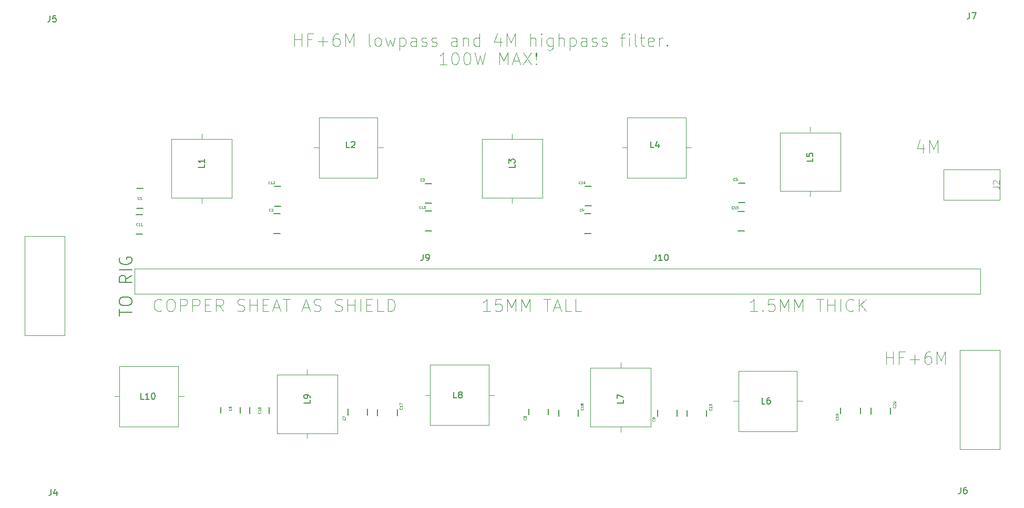
<source format=gbr>
%TF.GenerationSoftware,KiCad,Pcbnew,8.0.6-8.0.6-0~ubuntu24.04.1*%
%TF.CreationDate,2024-11-29T15:02:11+01:00*%
%TF.ProjectId,diplexer,6469706c-6578-4657-922e-6b696361645f,rev?*%
%TF.SameCoordinates,Original*%
%TF.FileFunction,Legend,Top*%
%TF.FilePolarity,Positive*%
%FSLAX46Y46*%
G04 Gerber Fmt 4.6, Leading zero omitted, Abs format (unit mm)*
G04 Created by KiCad (PCBNEW 8.0.6-8.0.6-0~ubuntu24.04.1) date 2024-11-29 15:02:11*
%MOMM*%
%LPD*%
G01*
G04 APERTURE LIST*
%ADD10C,0.100000*%
%ADD11C,0.150000*%
%ADD12C,0.098425*%
%ADD13C,0.127000*%
%ADD14C,0.120000*%
G04 APERTURE END LIST*
D10*
X49700000Y-77500000D02*
X185900000Y-77500000D01*
X185900000Y-81500000D01*
X49700000Y-81500000D01*
X49700000Y-77500000D01*
X75441979Y-41550038D02*
X75441979Y-39550038D01*
X75441979Y-40502419D02*
X76584836Y-40502419D01*
X76584836Y-41550038D02*
X76584836Y-39550038D01*
X78203884Y-40502419D02*
X77537217Y-40502419D01*
X77537217Y-41550038D02*
X77537217Y-39550038D01*
X77537217Y-39550038D02*
X78489598Y-39550038D01*
X79251503Y-40788133D02*
X80775313Y-40788133D01*
X80013408Y-41550038D02*
X80013408Y-40026228D01*
X82584836Y-39550038D02*
X82203883Y-39550038D01*
X82203883Y-39550038D02*
X82013407Y-39645276D01*
X82013407Y-39645276D02*
X81918169Y-39740514D01*
X81918169Y-39740514D02*
X81727693Y-40026228D01*
X81727693Y-40026228D02*
X81632455Y-40407180D01*
X81632455Y-40407180D02*
X81632455Y-41169085D01*
X81632455Y-41169085D02*
X81727693Y-41359561D01*
X81727693Y-41359561D02*
X81822931Y-41454800D01*
X81822931Y-41454800D02*
X82013407Y-41550038D01*
X82013407Y-41550038D02*
X82394360Y-41550038D01*
X82394360Y-41550038D02*
X82584836Y-41454800D01*
X82584836Y-41454800D02*
X82680074Y-41359561D01*
X82680074Y-41359561D02*
X82775312Y-41169085D01*
X82775312Y-41169085D02*
X82775312Y-40692895D01*
X82775312Y-40692895D02*
X82680074Y-40502419D01*
X82680074Y-40502419D02*
X82584836Y-40407180D01*
X82584836Y-40407180D02*
X82394360Y-40311942D01*
X82394360Y-40311942D02*
X82013407Y-40311942D01*
X82013407Y-40311942D02*
X81822931Y-40407180D01*
X81822931Y-40407180D02*
X81727693Y-40502419D01*
X81727693Y-40502419D02*
X81632455Y-40692895D01*
X83632455Y-41550038D02*
X83632455Y-39550038D01*
X83632455Y-39550038D02*
X84299122Y-40978609D01*
X84299122Y-40978609D02*
X84965788Y-39550038D01*
X84965788Y-39550038D02*
X84965788Y-41550038D01*
X87727693Y-41550038D02*
X87537217Y-41454800D01*
X87537217Y-41454800D02*
X87441979Y-41264323D01*
X87441979Y-41264323D02*
X87441979Y-39550038D01*
X88775312Y-41550038D02*
X88584836Y-41454800D01*
X88584836Y-41454800D02*
X88489598Y-41359561D01*
X88489598Y-41359561D02*
X88394360Y-41169085D01*
X88394360Y-41169085D02*
X88394360Y-40597657D01*
X88394360Y-40597657D02*
X88489598Y-40407180D01*
X88489598Y-40407180D02*
X88584836Y-40311942D01*
X88584836Y-40311942D02*
X88775312Y-40216704D01*
X88775312Y-40216704D02*
X89061027Y-40216704D01*
X89061027Y-40216704D02*
X89251503Y-40311942D01*
X89251503Y-40311942D02*
X89346741Y-40407180D01*
X89346741Y-40407180D02*
X89441979Y-40597657D01*
X89441979Y-40597657D02*
X89441979Y-41169085D01*
X89441979Y-41169085D02*
X89346741Y-41359561D01*
X89346741Y-41359561D02*
X89251503Y-41454800D01*
X89251503Y-41454800D02*
X89061027Y-41550038D01*
X89061027Y-41550038D02*
X88775312Y-41550038D01*
X90108646Y-40216704D02*
X90489598Y-41550038D01*
X90489598Y-41550038D02*
X90870551Y-40597657D01*
X90870551Y-40597657D02*
X91251503Y-41550038D01*
X91251503Y-41550038D02*
X91632455Y-40216704D01*
X92394360Y-40216704D02*
X92394360Y-42216704D01*
X92394360Y-40311942D02*
X92584836Y-40216704D01*
X92584836Y-40216704D02*
X92965789Y-40216704D01*
X92965789Y-40216704D02*
X93156265Y-40311942D01*
X93156265Y-40311942D02*
X93251503Y-40407180D01*
X93251503Y-40407180D02*
X93346741Y-40597657D01*
X93346741Y-40597657D02*
X93346741Y-41169085D01*
X93346741Y-41169085D02*
X93251503Y-41359561D01*
X93251503Y-41359561D02*
X93156265Y-41454800D01*
X93156265Y-41454800D02*
X92965789Y-41550038D01*
X92965789Y-41550038D02*
X92584836Y-41550038D01*
X92584836Y-41550038D02*
X92394360Y-41454800D01*
X95061027Y-41550038D02*
X95061027Y-40502419D01*
X95061027Y-40502419D02*
X94965789Y-40311942D01*
X94965789Y-40311942D02*
X94775313Y-40216704D01*
X94775313Y-40216704D02*
X94394360Y-40216704D01*
X94394360Y-40216704D02*
X94203884Y-40311942D01*
X95061027Y-41454800D02*
X94870551Y-41550038D01*
X94870551Y-41550038D02*
X94394360Y-41550038D01*
X94394360Y-41550038D02*
X94203884Y-41454800D01*
X94203884Y-41454800D02*
X94108646Y-41264323D01*
X94108646Y-41264323D02*
X94108646Y-41073847D01*
X94108646Y-41073847D02*
X94203884Y-40883371D01*
X94203884Y-40883371D02*
X94394360Y-40788133D01*
X94394360Y-40788133D02*
X94870551Y-40788133D01*
X94870551Y-40788133D02*
X95061027Y-40692895D01*
X95918170Y-41454800D02*
X96108646Y-41550038D01*
X96108646Y-41550038D02*
X96489598Y-41550038D01*
X96489598Y-41550038D02*
X96680075Y-41454800D01*
X96680075Y-41454800D02*
X96775313Y-41264323D01*
X96775313Y-41264323D02*
X96775313Y-41169085D01*
X96775313Y-41169085D02*
X96680075Y-40978609D01*
X96680075Y-40978609D02*
X96489598Y-40883371D01*
X96489598Y-40883371D02*
X96203884Y-40883371D01*
X96203884Y-40883371D02*
X96013408Y-40788133D01*
X96013408Y-40788133D02*
X95918170Y-40597657D01*
X95918170Y-40597657D02*
X95918170Y-40502419D01*
X95918170Y-40502419D02*
X96013408Y-40311942D01*
X96013408Y-40311942D02*
X96203884Y-40216704D01*
X96203884Y-40216704D02*
X96489598Y-40216704D01*
X96489598Y-40216704D02*
X96680075Y-40311942D01*
X97537218Y-41454800D02*
X97727694Y-41550038D01*
X97727694Y-41550038D02*
X98108646Y-41550038D01*
X98108646Y-41550038D02*
X98299123Y-41454800D01*
X98299123Y-41454800D02*
X98394361Y-41264323D01*
X98394361Y-41264323D02*
X98394361Y-41169085D01*
X98394361Y-41169085D02*
X98299123Y-40978609D01*
X98299123Y-40978609D02*
X98108646Y-40883371D01*
X98108646Y-40883371D02*
X97822932Y-40883371D01*
X97822932Y-40883371D02*
X97632456Y-40788133D01*
X97632456Y-40788133D02*
X97537218Y-40597657D01*
X97537218Y-40597657D02*
X97537218Y-40502419D01*
X97537218Y-40502419D02*
X97632456Y-40311942D01*
X97632456Y-40311942D02*
X97822932Y-40216704D01*
X97822932Y-40216704D02*
X98108646Y-40216704D01*
X98108646Y-40216704D02*
X98299123Y-40311942D01*
X101632457Y-41550038D02*
X101632457Y-40502419D01*
X101632457Y-40502419D02*
X101537219Y-40311942D01*
X101537219Y-40311942D02*
X101346743Y-40216704D01*
X101346743Y-40216704D02*
X100965790Y-40216704D01*
X100965790Y-40216704D02*
X100775314Y-40311942D01*
X101632457Y-41454800D02*
X101441981Y-41550038D01*
X101441981Y-41550038D02*
X100965790Y-41550038D01*
X100965790Y-41550038D02*
X100775314Y-41454800D01*
X100775314Y-41454800D02*
X100680076Y-41264323D01*
X100680076Y-41264323D02*
X100680076Y-41073847D01*
X100680076Y-41073847D02*
X100775314Y-40883371D01*
X100775314Y-40883371D02*
X100965790Y-40788133D01*
X100965790Y-40788133D02*
X101441981Y-40788133D01*
X101441981Y-40788133D02*
X101632457Y-40692895D01*
X102584838Y-40216704D02*
X102584838Y-41550038D01*
X102584838Y-40407180D02*
X102680076Y-40311942D01*
X102680076Y-40311942D02*
X102870552Y-40216704D01*
X102870552Y-40216704D02*
X103156267Y-40216704D01*
X103156267Y-40216704D02*
X103346743Y-40311942D01*
X103346743Y-40311942D02*
X103441981Y-40502419D01*
X103441981Y-40502419D02*
X103441981Y-41550038D01*
X105251505Y-41550038D02*
X105251505Y-39550038D01*
X105251505Y-41454800D02*
X105061029Y-41550038D01*
X105061029Y-41550038D02*
X104680076Y-41550038D01*
X104680076Y-41550038D02*
X104489600Y-41454800D01*
X104489600Y-41454800D02*
X104394362Y-41359561D01*
X104394362Y-41359561D02*
X104299124Y-41169085D01*
X104299124Y-41169085D02*
X104299124Y-40597657D01*
X104299124Y-40597657D02*
X104394362Y-40407180D01*
X104394362Y-40407180D02*
X104489600Y-40311942D01*
X104489600Y-40311942D02*
X104680076Y-40216704D01*
X104680076Y-40216704D02*
X105061029Y-40216704D01*
X105061029Y-40216704D02*
X105251505Y-40311942D01*
X108584839Y-40216704D02*
X108584839Y-41550038D01*
X108108648Y-39454800D02*
X107632458Y-40883371D01*
X107632458Y-40883371D02*
X108870553Y-40883371D01*
X109632458Y-41550038D02*
X109632458Y-39550038D01*
X109632458Y-39550038D02*
X110299125Y-40978609D01*
X110299125Y-40978609D02*
X110965791Y-39550038D01*
X110965791Y-39550038D02*
X110965791Y-41550038D01*
X113441982Y-41550038D02*
X113441982Y-39550038D01*
X114299125Y-41550038D02*
X114299125Y-40502419D01*
X114299125Y-40502419D02*
X114203887Y-40311942D01*
X114203887Y-40311942D02*
X114013411Y-40216704D01*
X114013411Y-40216704D02*
X113727696Y-40216704D01*
X113727696Y-40216704D02*
X113537220Y-40311942D01*
X113537220Y-40311942D02*
X113441982Y-40407180D01*
X115251506Y-41550038D02*
X115251506Y-40216704D01*
X115251506Y-39550038D02*
X115156268Y-39645276D01*
X115156268Y-39645276D02*
X115251506Y-39740514D01*
X115251506Y-39740514D02*
X115346744Y-39645276D01*
X115346744Y-39645276D02*
X115251506Y-39550038D01*
X115251506Y-39550038D02*
X115251506Y-39740514D01*
X117061030Y-40216704D02*
X117061030Y-41835752D01*
X117061030Y-41835752D02*
X116965792Y-42026228D01*
X116965792Y-42026228D02*
X116870554Y-42121466D01*
X116870554Y-42121466D02*
X116680077Y-42216704D01*
X116680077Y-42216704D02*
X116394363Y-42216704D01*
X116394363Y-42216704D02*
X116203887Y-42121466D01*
X117061030Y-41454800D02*
X116870554Y-41550038D01*
X116870554Y-41550038D02*
X116489601Y-41550038D01*
X116489601Y-41550038D02*
X116299125Y-41454800D01*
X116299125Y-41454800D02*
X116203887Y-41359561D01*
X116203887Y-41359561D02*
X116108649Y-41169085D01*
X116108649Y-41169085D02*
X116108649Y-40597657D01*
X116108649Y-40597657D02*
X116203887Y-40407180D01*
X116203887Y-40407180D02*
X116299125Y-40311942D01*
X116299125Y-40311942D02*
X116489601Y-40216704D01*
X116489601Y-40216704D02*
X116870554Y-40216704D01*
X116870554Y-40216704D02*
X117061030Y-40311942D01*
X118013411Y-41550038D02*
X118013411Y-39550038D01*
X118870554Y-41550038D02*
X118870554Y-40502419D01*
X118870554Y-40502419D02*
X118775316Y-40311942D01*
X118775316Y-40311942D02*
X118584840Y-40216704D01*
X118584840Y-40216704D02*
X118299125Y-40216704D01*
X118299125Y-40216704D02*
X118108649Y-40311942D01*
X118108649Y-40311942D02*
X118013411Y-40407180D01*
X119822935Y-40216704D02*
X119822935Y-42216704D01*
X119822935Y-40311942D02*
X120013411Y-40216704D01*
X120013411Y-40216704D02*
X120394364Y-40216704D01*
X120394364Y-40216704D02*
X120584840Y-40311942D01*
X120584840Y-40311942D02*
X120680078Y-40407180D01*
X120680078Y-40407180D02*
X120775316Y-40597657D01*
X120775316Y-40597657D02*
X120775316Y-41169085D01*
X120775316Y-41169085D02*
X120680078Y-41359561D01*
X120680078Y-41359561D02*
X120584840Y-41454800D01*
X120584840Y-41454800D02*
X120394364Y-41550038D01*
X120394364Y-41550038D02*
X120013411Y-41550038D01*
X120013411Y-41550038D02*
X119822935Y-41454800D01*
X122489602Y-41550038D02*
X122489602Y-40502419D01*
X122489602Y-40502419D02*
X122394364Y-40311942D01*
X122394364Y-40311942D02*
X122203888Y-40216704D01*
X122203888Y-40216704D02*
X121822935Y-40216704D01*
X121822935Y-40216704D02*
X121632459Y-40311942D01*
X122489602Y-41454800D02*
X122299126Y-41550038D01*
X122299126Y-41550038D02*
X121822935Y-41550038D01*
X121822935Y-41550038D02*
X121632459Y-41454800D01*
X121632459Y-41454800D02*
X121537221Y-41264323D01*
X121537221Y-41264323D02*
X121537221Y-41073847D01*
X121537221Y-41073847D02*
X121632459Y-40883371D01*
X121632459Y-40883371D02*
X121822935Y-40788133D01*
X121822935Y-40788133D02*
X122299126Y-40788133D01*
X122299126Y-40788133D02*
X122489602Y-40692895D01*
X123346745Y-41454800D02*
X123537221Y-41550038D01*
X123537221Y-41550038D02*
X123918173Y-41550038D01*
X123918173Y-41550038D02*
X124108650Y-41454800D01*
X124108650Y-41454800D02*
X124203888Y-41264323D01*
X124203888Y-41264323D02*
X124203888Y-41169085D01*
X124203888Y-41169085D02*
X124108650Y-40978609D01*
X124108650Y-40978609D02*
X123918173Y-40883371D01*
X123918173Y-40883371D02*
X123632459Y-40883371D01*
X123632459Y-40883371D02*
X123441983Y-40788133D01*
X123441983Y-40788133D02*
X123346745Y-40597657D01*
X123346745Y-40597657D02*
X123346745Y-40502419D01*
X123346745Y-40502419D02*
X123441983Y-40311942D01*
X123441983Y-40311942D02*
X123632459Y-40216704D01*
X123632459Y-40216704D02*
X123918173Y-40216704D01*
X123918173Y-40216704D02*
X124108650Y-40311942D01*
X124965793Y-41454800D02*
X125156269Y-41550038D01*
X125156269Y-41550038D02*
X125537221Y-41550038D01*
X125537221Y-41550038D02*
X125727698Y-41454800D01*
X125727698Y-41454800D02*
X125822936Y-41264323D01*
X125822936Y-41264323D02*
X125822936Y-41169085D01*
X125822936Y-41169085D02*
X125727698Y-40978609D01*
X125727698Y-40978609D02*
X125537221Y-40883371D01*
X125537221Y-40883371D02*
X125251507Y-40883371D01*
X125251507Y-40883371D02*
X125061031Y-40788133D01*
X125061031Y-40788133D02*
X124965793Y-40597657D01*
X124965793Y-40597657D02*
X124965793Y-40502419D01*
X124965793Y-40502419D02*
X125061031Y-40311942D01*
X125061031Y-40311942D02*
X125251507Y-40216704D01*
X125251507Y-40216704D02*
X125537221Y-40216704D01*
X125537221Y-40216704D02*
X125727698Y-40311942D01*
X127918175Y-40216704D02*
X128680079Y-40216704D01*
X128203889Y-41550038D02*
X128203889Y-39835752D01*
X128203889Y-39835752D02*
X128299127Y-39645276D01*
X128299127Y-39645276D02*
X128489603Y-39550038D01*
X128489603Y-39550038D02*
X128680079Y-39550038D01*
X129346746Y-41550038D02*
X129346746Y-40216704D01*
X129346746Y-39550038D02*
X129251508Y-39645276D01*
X129251508Y-39645276D02*
X129346746Y-39740514D01*
X129346746Y-39740514D02*
X129441984Y-39645276D01*
X129441984Y-39645276D02*
X129346746Y-39550038D01*
X129346746Y-39550038D02*
X129346746Y-39740514D01*
X130584841Y-41550038D02*
X130394365Y-41454800D01*
X130394365Y-41454800D02*
X130299127Y-41264323D01*
X130299127Y-41264323D02*
X130299127Y-39550038D01*
X131061032Y-40216704D02*
X131822936Y-40216704D01*
X131346746Y-39550038D02*
X131346746Y-41264323D01*
X131346746Y-41264323D02*
X131441984Y-41454800D01*
X131441984Y-41454800D02*
X131632460Y-41550038D01*
X131632460Y-41550038D02*
X131822936Y-41550038D01*
X133251508Y-41454800D02*
X133061032Y-41550038D01*
X133061032Y-41550038D02*
X132680079Y-41550038D01*
X132680079Y-41550038D02*
X132489603Y-41454800D01*
X132489603Y-41454800D02*
X132394365Y-41264323D01*
X132394365Y-41264323D02*
X132394365Y-40502419D01*
X132394365Y-40502419D02*
X132489603Y-40311942D01*
X132489603Y-40311942D02*
X132680079Y-40216704D01*
X132680079Y-40216704D02*
X133061032Y-40216704D01*
X133061032Y-40216704D02*
X133251508Y-40311942D01*
X133251508Y-40311942D02*
X133346746Y-40502419D01*
X133346746Y-40502419D02*
X133346746Y-40692895D01*
X133346746Y-40692895D02*
X132394365Y-40883371D01*
X134203889Y-41550038D02*
X134203889Y-40216704D01*
X134203889Y-40597657D02*
X134299127Y-40407180D01*
X134299127Y-40407180D02*
X134394365Y-40311942D01*
X134394365Y-40311942D02*
X134584841Y-40216704D01*
X134584841Y-40216704D02*
X134775318Y-40216704D01*
X135441984Y-41359561D02*
X135537222Y-41454800D01*
X135537222Y-41454800D02*
X135441984Y-41550038D01*
X135441984Y-41550038D02*
X135346746Y-41454800D01*
X135346746Y-41454800D02*
X135441984Y-41359561D01*
X135441984Y-41359561D02*
X135441984Y-41550038D01*
X106989598Y-84350038D02*
X105846741Y-84350038D01*
X106418169Y-84350038D02*
X106418169Y-82350038D01*
X106418169Y-82350038D02*
X106227693Y-82635752D01*
X106227693Y-82635752D02*
X106037217Y-82826228D01*
X106037217Y-82826228D02*
X105846741Y-82921466D01*
X108799122Y-82350038D02*
X107846741Y-82350038D01*
X107846741Y-82350038D02*
X107751503Y-83302419D01*
X107751503Y-83302419D02*
X107846741Y-83207180D01*
X107846741Y-83207180D02*
X108037217Y-83111942D01*
X108037217Y-83111942D02*
X108513408Y-83111942D01*
X108513408Y-83111942D02*
X108703884Y-83207180D01*
X108703884Y-83207180D02*
X108799122Y-83302419D01*
X108799122Y-83302419D02*
X108894360Y-83492895D01*
X108894360Y-83492895D02*
X108894360Y-83969085D01*
X108894360Y-83969085D02*
X108799122Y-84159561D01*
X108799122Y-84159561D02*
X108703884Y-84254800D01*
X108703884Y-84254800D02*
X108513408Y-84350038D01*
X108513408Y-84350038D02*
X108037217Y-84350038D01*
X108037217Y-84350038D02*
X107846741Y-84254800D01*
X107846741Y-84254800D02*
X107751503Y-84159561D01*
X109751503Y-84350038D02*
X109751503Y-82350038D01*
X109751503Y-82350038D02*
X110418170Y-83778609D01*
X110418170Y-83778609D02*
X111084836Y-82350038D01*
X111084836Y-82350038D02*
X111084836Y-84350038D01*
X112037217Y-84350038D02*
X112037217Y-82350038D01*
X112037217Y-82350038D02*
X112703884Y-83778609D01*
X112703884Y-83778609D02*
X113370550Y-82350038D01*
X113370550Y-82350038D02*
X113370550Y-84350038D01*
X115561027Y-82350038D02*
X116703884Y-82350038D01*
X116132455Y-84350038D02*
X116132455Y-82350038D01*
X117275313Y-83778609D02*
X118227694Y-83778609D01*
X117084837Y-84350038D02*
X117751503Y-82350038D01*
X117751503Y-82350038D02*
X118418170Y-84350038D01*
X120037218Y-84350038D02*
X119084837Y-84350038D01*
X119084837Y-84350038D02*
X119084837Y-82350038D01*
X121656266Y-84350038D02*
X120703885Y-84350038D01*
X120703885Y-84350038D02*
X120703885Y-82350038D01*
X99989598Y-44550038D02*
X98846741Y-44550038D01*
X99418169Y-44550038D02*
X99418169Y-42550038D01*
X99418169Y-42550038D02*
X99227693Y-42835752D01*
X99227693Y-42835752D02*
X99037217Y-43026228D01*
X99037217Y-43026228D02*
X98846741Y-43121466D01*
X101227693Y-42550038D02*
X101418170Y-42550038D01*
X101418170Y-42550038D02*
X101608646Y-42645276D01*
X101608646Y-42645276D02*
X101703884Y-42740514D01*
X101703884Y-42740514D02*
X101799122Y-42930990D01*
X101799122Y-42930990D02*
X101894360Y-43311942D01*
X101894360Y-43311942D02*
X101894360Y-43788133D01*
X101894360Y-43788133D02*
X101799122Y-44169085D01*
X101799122Y-44169085D02*
X101703884Y-44359561D01*
X101703884Y-44359561D02*
X101608646Y-44454800D01*
X101608646Y-44454800D02*
X101418170Y-44550038D01*
X101418170Y-44550038D02*
X101227693Y-44550038D01*
X101227693Y-44550038D02*
X101037217Y-44454800D01*
X101037217Y-44454800D02*
X100941979Y-44359561D01*
X100941979Y-44359561D02*
X100846741Y-44169085D01*
X100846741Y-44169085D02*
X100751503Y-43788133D01*
X100751503Y-43788133D02*
X100751503Y-43311942D01*
X100751503Y-43311942D02*
X100846741Y-42930990D01*
X100846741Y-42930990D02*
X100941979Y-42740514D01*
X100941979Y-42740514D02*
X101037217Y-42645276D01*
X101037217Y-42645276D02*
X101227693Y-42550038D01*
X103132455Y-42550038D02*
X103322932Y-42550038D01*
X103322932Y-42550038D02*
X103513408Y-42645276D01*
X103513408Y-42645276D02*
X103608646Y-42740514D01*
X103608646Y-42740514D02*
X103703884Y-42930990D01*
X103703884Y-42930990D02*
X103799122Y-43311942D01*
X103799122Y-43311942D02*
X103799122Y-43788133D01*
X103799122Y-43788133D02*
X103703884Y-44169085D01*
X103703884Y-44169085D02*
X103608646Y-44359561D01*
X103608646Y-44359561D02*
X103513408Y-44454800D01*
X103513408Y-44454800D02*
X103322932Y-44550038D01*
X103322932Y-44550038D02*
X103132455Y-44550038D01*
X103132455Y-44550038D02*
X102941979Y-44454800D01*
X102941979Y-44454800D02*
X102846741Y-44359561D01*
X102846741Y-44359561D02*
X102751503Y-44169085D01*
X102751503Y-44169085D02*
X102656265Y-43788133D01*
X102656265Y-43788133D02*
X102656265Y-43311942D01*
X102656265Y-43311942D02*
X102751503Y-42930990D01*
X102751503Y-42930990D02*
X102846741Y-42740514D01*
X102846741Y-42740514D02*
X102941979Y-42645276D01*
X102941979Y-42645276D02*
X103132455Y-42550038D01*
X104465789Y-42550038D02*
X104941979Y-44550038D01*
X104941979Y-44550038D02*
X105322932Y-43121466D01*
X105322932Y-43121466D02*
X105703884Y-44550038D01*
X105703884Y-44550038D02*
X106180075Y-42550038D01*
X108465789Y-44550038D02*
X108465789Y-42550038D01*
X108465789Y-42550038D02*
X109132456Y-43978609D01*
X109132456Y-43978609D02*
X109799122Y-42550038D01*
X109799122Y-42550038D02*
X109799122Y-44550038D01*
X110656265Y-43978609D02*
X111608646Y-43978609D01*
X110465789Y-44550038D02*
X111132455Y-42550038D01*
X111132455Y-42550038D02*
X111799122Y-44550038D01*
X112275313Y-42550038D02*
X113608646Y-44550038D01*
X113608646Y-42550038D02*
X112275313Y-44550038D01*
X114370551Y-44359561D02*
X114465789Y-44454800D01*
X114465789Y-44454800D02*
X114370551Y-44550038D01*
X114370551Y-44550038D02*
X114275313Y-44454800D01*
X114275313Y-44454800D02*
X114370551Y-44359561D01*
X114370551Y-44359561D02*
X114370551Y-44550038D01*
X114370551Y-43788133D02*
X114275313Y-42645276D01*
X114275313Y-42645276D02*
X114370551Y-42550038D01*
X114370551Y-42550038D02*
X114465789Y-42645276D01*
X114465789Y-42645276D02*
X114370551Y-43788133D01*
X114370551Y-43788133D02*
X114370551Y-42550038D01*
X149989598Y-84350038D02*
X148846741Y-84350038D01*
X149418169Y-84350038D02*
X149418169Y-82350038D01*
X149418169Y-82350038D02*
X149227693Y-82635752D01*
X149227693Y-82635752D02*
X149037217Y-82826228D01*
X149037217Y-82826228D02*
X148846741Y-82921466D01*
X150846741Y-84159561D02*
X150941979Y-84254800D01*
X150941979Y-84254800D02*
X150846741Y-84350038D01*
X150846741Y-84350038D02*
X150751503Y-84254800D01*
X150751503Y-84254800D02*
X150846741Y-84159561D01*
X150846741Y-84159561D02*
X150846741Y-84350038D01*
X152751503Y-82350038D02*
X151799122Y-82350038D01*
X151799122Y-82350038D02*
X151703884Y-83302419D01*
X151703884Y-83302419D02*
X151799122Y-83207180D01*
X151799122Y-83207180D02*
X151989598Y-83111942D01*
X151989598Y-83111942D02*
X152465789Y-83111942D01*
X152465789Y-83111942D02*
X152656265Y-83207180D01*
X152656265Y-83207180D02*
X152751503Y-83302419D01*
X152751503Y-83302419D02*
X152846741Y-83492895D01*
X152846741Y-83492895D02*
X152846741Y-83969085D01*
X152846741Y-83969085D02*
X152751503Y-84159561D01*
X152751503Y-84159561D02*
X152656265Y-84254800D01*
X152656265Y-84254800D02*
X152465789Y-84350038D01*
X152465789Y-84350038D02*
X151989598Y-84350038D01*
X151989598Y-84350038D02*
X151799122Y-84254800D01*
X151799122Y-84254800D02*
X151703884Y-84159561D01*
X153703884Y-84350038D02*
X153703884Y-82350038D01*
X153703884Y-82350038D02*
X154370551Y-83778609D01*
X154370551Y-83778609D02*
X155037217Y-82350038D01*
X155037217Y-82350038D02*
X155037217Y-84350038D01*
X155989598Y-84350038D02*
X155989598Y-82350038D01*
X155989598Y-82350038D02*
X156656265Y-83778609D01*
X156656265Y-83778609D02*
X157322931Y-82350038D01*
X157322931Y-82350038D02*
X157322931Y-84350038D01*
X159513408Y-82350038D02*
X160656265Y-82350038D01*
X160084836Y-84350038D02*
X160084836Y-82350038D01*
X161322932Y-84350038D02*
X161322932Y-82350038D01*
X161322932Y-83302419D02*
X162465789Y-83302419D01*
X162465789Y-84350038D02*
X162465789Y-82350038D01*
X163418170Y-84350038D02*
X163418170Y-82350038D01*
X165513408Y-84159561D02*
X165418170Y-84254800D01*
X165418170Y-84254800D02*
X165132456Y-84350038D01*
X165132456Y-84350038D02*
X164941980Y-84350038D01*
X164941980Y-84350038D02*
X164656265Y-84254800D01*
X164656265Y-84254800D02*
X164465789Y-84064323D01*
X164465789Y-84064323D02*
X164370551Y-83873847D01*
X164370551Y-83873847D02*
X164275313Y-83492895D01*
X164275313Y-83492895D02*
X164275313Y-83207180D01*
X164275313Y-83207180D02*
X164370551Y-82826228D01*
X164370551Y-82826228D02*
X164465789Y-82635752D01*
X164465789Y-82635752D02*
X164656265Y-82445276D01*
X164656265Y-82445276D02*
X164941980Y-82350038D01*
X164941980Y-82350038D02*
X165132456Y-82350038D01*
X165132456Y-82350038D02*
X165418170Y-82445276D01*
X165418170Y-82445276D02*
X165513408Y-82540514D01*
X166370551Y-84350038D02*
X166370551Y-82350038D01*
X167513408Y-84350038D02*
X166656265Y-83207180D01*
X167513408Y-82350038D02*
X166370551Y-83492895D01*
X54084836Y-84159561D02*
X53989598Y-84254800D01*
X53989598Y-84254800D02*
X53703884Y-84350038D01*
X53703884Y-84350038D02*
X53513408Y-84350038D01*
X53513408Y-84350038D02*
X53227693Y-84254800D01*
X53227693Y-84254800D02*
X53037217Y-84064323D01*
X53037217Y-84064323D02*
X52941979Y-83873847D01*
X52941979Y-83873847D02*
X52846741Y-83492895D01*
X52846741Y-83492895D02*
X52846741Y-83207180D01*
X52846741Y-83207180D02*
X52941979Y-82826228D01*
X52941979Y-82826228D02*
X53037217Y-82635752D01*
X53037217Y-82635752D02*
X53227693Y-82445276D01*
X53227693Y-82445276D02*
X53513408Y-82350038D01*
X53513408Y-82350038D02*
X53703884Y-82350038D01*
X53703884Y-82350038D02*
X53989598Y-82445276D01*
X53989598Y-82445276D02*
X54084836Y-82540514D01*
X55322931Y-82350038D02*
X55703884Y-82350038D01*
X55703884Y-82350038D02*
X55894360Y-82445276D01*
X55894360Y-82445276D02*
X56084836Y-82635752D01*
X56084836Y-82635752D02*
X56180074Y-83016704D01*
X56180074Y-83016704D02*
X56180074Y-83683371D01*
X56180074Y-83683371D02*
X56084836Y-84064323D01*
X56084836Y-84064323D02*
X55894360Y-84254800D01*
X55894360Y-84254800D02*
X55703884Y-84350038D01*
X55703884Y-84350038D02*
X55322931Y-84350038D01*
X55322931Y-84350038D02*
X55132455Y-84254800D01*
X55132455Y-84254800D02*
X54941979Y-84064323D01*
X54941979Y-84064323D02*
X54846741Y-83683371D01*
X54846741Y-83683371D02*
X54846741Y-83016704D01*
X54846741Y-83016704D02*
X54941979Y-82635752D01*
X54941979Y-82635752D02*
X55132455Y-82445276D01*
X55132455Y-82445276D02*
X55322931Y-82350038D01*
X57037217Y-84350038D02*
X57037217Y-82350038D01*
X57037217Y-82350038D02*
X57799122Y-82350038D01*
X57799122Y-82350038D02*
X57989598Y-82445276D01*
X57989598Y-82445276D02*
X58084836Y-82540514D01*
X58084836Y-82540514D02*
X58180074Y-82730990D01*
X58180074Y-82730990D02*
X58180074Y-83016704D01*
X58180074Y-83016704D02*
X58084836Y-83207180D01*
X58084836Y-83207180D02*
X57989598Y-83302419D01*
X57989598Y-83302419D02*
X57799122Y-83397657D01*
X57799122Y-83397657D02*
X57037217Y-83397657D01*
X59037217Y-84350038D02*
X59037217Y-82350038D01*
X59037217Y-82350038D02*
X59799122Y-82350038D01*
X59799122Y-82350038D02*
X59989598Y-82445276D01*
X59989598Y-82445276D02*
X60084836Y-82540514D01*
X60084836Y-82540514D02*
X60180074Y-82730990D01*
X60180074Y-82730990D02*
X60180074Y-83016704D01*
X60180074Y-83016704D02*
X60084836Y-83207180D01*
X60084836Y-83207180D02*
X59989598Y-83302419D01*
X59989598Y-83302419D02*
X59799122Y-83397657D01*
X59799122Y-83397657D02*
X59037217Y-83397657D01*
X61037217Y-83302419D02*
X61703884Y-83302419D01*
X61989598Y-84350038D02*
X61037217Y-84350038D01*
X61037217Y-84350038D02*
X61037217Y-82350038D01*
X61037217Y-82350038D02*
X61989598Y-82350038D01*
X63989598Y-84350038D02*
X63322931Y-83397657D01*
X62846741Y-84350038D02*
X62846741Y-82350038D01*
X62846741Y-82350038D02*
X63608646Y-82350038D01*
X63608646Y-82350038D02*
X63799122Y-82445276D01*
X63799122Y-82445276D02*
X63894360Y-82540514D01*
X63894360Y-82540514D02*
X63989598Y-82730990D01*
X63989598Y-82730990D02*
X63989598Y-83016704D01*
X63989598Y-83016704D02*
X63894360Y-83207180D01*
X63894360Y-83207180D02*
X63799122Y-83302419D01*
X63799122Y-83302419D02*
X63608646Y-83397657D01*
X63608646Y-83397657D02*
X62846741Y-83397657D01*
X66275313Y-84254800D02*
X66561027Y-84350038D01*
X66561027Y-84350038D02*
X67037218Y-84350038D01*
X67037218Y-84350038D02*
X67227694Y-84254800D01*
X67227694Y-84254800D02*
X67322932Y-84159561D01*
X67322932Y-84159561D02*
X67418170Y-83969085D01*
X67418170Y-83969085D02*
X67418170Y-83778609D01*
X67418170Y-83778609D02*
X67322932Y-83588133D01*
X67322932Y-83588133D02*
X67227694Y-83492895D01*
X67227694Y-83492895D02*
X67037218Y-83397657D01*
X67037218Y-83397657D02*
X66656265Y-83302419D01*
X66656265Y-83302419D02*
X66465789Y-83207180D01*
X66465789Y-83207180D02*
X66370551Y-83111942D01*
X66370551Y-83111942D02*
X66275313Y-82921466D01*
X66275313Y-82921466D02*
X66275313Y-82730990D01*
X66275313Y-82730990D02*
X66370551Y-82540514D01*
X66370551Y-82540514D02*
X66465789Y-82445276D01*
X66465789Y-82445276D02*
X66656265Y-82350038D01*
X66656265Y-82350038D02*
X67132456Y-82350038D01*
X67132456Y-82350038D02*
X67418170Y-82445276D01*
X68275313Y-84350038D02*
X68275313Y-82350038D01*
X68275313Y-83302419D02*
X69418170Y-83302419D01*
X69418170Y-84350038D02*
X69418170Y-82350038D01*
X70370551Y-83302419D02*
X71037218Y-83302419D01*
X71322932Y-84350038D02*
X70370551Y-84350038D01*
X70370551Y-84350038D02*
X70370551Y-82350038D01*
X70370551Y-82350038D02*
X71322932Y-82350038D01*
X72084837Y-83778609D02*
X73037218Y-83778609D01*
X71894361Y-84350038D02*
X72561027Y-82350038D01*
X72561027Y-82350038D02*
X73227694Y-84350038D01*
X73608647Y-82350038D02*
X74751504Y-82350038D01*
X74180075Y-84350038D02*
X74180075Y-82350038D01*
X76846743Y-83778609D02*
X77799124Y-83778609D01*
X76656267Y-84350038D02*
X77322933Y-82350038D01*
X77322933Y-82350038D02*
X77989600Y-84350038D01*
X78561029Y-84254800D02*
X78846743Y-84350038D01*
X78846743Y-84350038D02*
X79322934Y-84350038D01*
X79322934Y-84350038D02*
X79513410Y-84254800D01*
X79513410Y-84254800D02*
X79608648Y-84159561D01*
X79608648Y-84159561D02*
X79703886Y-83969085D01*
X79703886Y-83969085D02*
X79703886Y-83778609D01*
X79703886Y-83778609D02*
X79608648Y-83588133D01*
X79608648Y-83588133D02*
X79513410Y-83492895D01*
X79513410Y-83492895D02*
X79322934Y-83397657D01*
X79322934Y-83397657D02*
X78941981Y-83302419D01*
X78941981Y-83302419D02*
X78751505Y-83207180D01*
X78751505Y-83207180D02*
X78656267Y-83111942D01*
X78656267Y-83111942D02*
X78561029Y-82921466D01*
X78561029Y-82921466D02*
X78561029Y-82730990D01*
X78561029Y-82730990D02*
X78656267Y-82540514D01*
X78656267Y-82540514D02*
X78751505Y-82445276D01*
X78751505Y-82445276D02*
X78941981Y-82350038D01*
X78941981Y-82350038D02*
X79418172Y-82350038D01*
X79418172Y-82350038D02*
X79703886Y-82445276D01*
X81989601Y-84254800D02*
X82275315Y-84350038D01*
X82275315Y-84350038D02*
X82751506Y-84350038D01*
X82751506Y-84350038D02*
X82941982Y-84254800D01*
X82941982Y-84254800D02*
X83037220Y-84159561D01*
X83037220Y-84159561D02*
X83132458Y-83969085D01*
X83132458Y-83969085D02*
X83132458Y-83778609D01*
X83132458Y-83778609D02*
X83037220Y-83588133D01*
X83037220Y-83588133D02*
X82941982Y-83492895D01*
X82941982Y-83492895D02*
X82751506Y-83397657D01*
X82751506Y-83397657D02*
X82370553Y-83302419D01*
X82370553Y-83302419D02*
X82180077Y-83207180D01*
X82180077Y-83207180D02*
X82084839Y-83111942D01*
X82084839Y-83111942D02*
X81989601Y-82921466D01*
X81989601Y-82921466D02*
X81989601Y-82730990D01*
X81989601Y-82730990D02*
X82084839Y-82540514D01*
X82084839Y-82540514D02*
X82180077Y-82445276D01*
X82180077Y-82445276D02*
X82370553Y-82350038D01*
X82370553Y-82350038D02*
X82846744Y-82350038D01*
X82846744Y-82350038D02*
X83132458Y-82445276D01*
X83989601Y-84350038D02*
X83989601Y-82350038D01*
X83989601Y-83302419D02*
X85132458Y-83302419D01*
X85132458Y-84350038D02*
X85132458Y-82350038D01*
X86084839Y-84350038D02*
X86084839Y-82350038D01*
X87037220Y-83302419D02*
X87703887Y-83302419D01*
X87989601Y-84350038D02*
X87037220Y-84350038D01*
X87037220Y-84350038D02*
X87037220Y-82350038D01*
X87037220Y-82350038D02*
X87989601Y-82350038D01*
X89799125Y-84350038D02*
X88846744Y-84350038D01*
X88846744Y-84350038D02*
X88846744Y-82350038D01*
X90465792Y-84350038D02*
X90465792Y-82350038D01*
X90465792Y-82350038D02*
X90941982Y-82350038D01*
X90941982Y-82350038D02*
X91227697Y-82445276D01*
X91227697Y-82445276D02*
X91418173Y-82635752D01*
X91418173Y-82635752D02*
X91513411Y-82826228D01*
X91513411Y-82826228D02*
X91608649Y-83207180D01*
X91608649Y-83207180D02*
X91608649Y-83492895D01*
X91608649Y-83492895D02*
X91513411Y-83873847D01*
X91513411Y-83873847D02*
X91418173Y-84064323D01*
X91418173Y-84064323D02*
X91227697Y-84254800D01*
X91227697Y-84254800D02*
X90941982Y-84350038D01*
X90941982Y-84350038D02*
X90465792Y-84350038D01*
D11*
X47247438Y-85110839D02*
X47247438Y-83967982D01*
X49247438Y-84539411D02*
X47247438Y-84539411D01*
X47247438Y-82920363D02*
X47247438Y-82539410D01*
X47247438Y-82539410D02*
X47342676Y-82348934D01*
X47342676Y-82348934D02*
X47533152Y-82158458D01*
X47533152Y-82158458D02*
X47914104Y-82063220D01*
X47914104Y-82063220D02*
X48580771Y-82063220D01*
X48580771Y-82063220D02*
X48961723Y-82158458D01*
X48961723Y-82158458D02*
X49152200Y-82348934D01*
X49152200Y-82348934D02*
X49247438Y-82539410D01*
X49247438Y-82539410D02*
X49247438Y-82920363D01*
X49247438Y-82920363D02*
X49152200Y-83110839D01*
X49152200Y-83110839D02*
X48961723Y-83301315D01*
X48961723Y-83301315D02*
X48580771Y-83396553D01*
X48580771Y-83396553D02*
X47914104Y-83396553D01*
X47914104Y-83396553D02*
X47533152Y-83301315D01*
X47533152Y-83301315D02*
X47342676Y-83110839D01*
X47342676Y-83110839D02*
X47247438Y-82920363D01*
X49247438Y-78539410D02*
X48295057Y-79206077D01*
X49247438Y-79682267D02*
X47247438Y-79682267D01*
X47247438Y-79682267D02*
X47247438Y-78920362D01*
X47247438Y-78920362D02*
X47342676Y-78729886D01*
X47342676Y-78729886D02*
X47437914Y-78634648D01*
X47437914Y-78634648D02*
X47628390Y-78539410D01*
X47628390Y-78539410D02*
X47914104Y-78539410D01*
X47914104Y-78539410D02*
X48104580Y-78634648D01*
X48104580Y-78634648D02*
X48199819Y-78729886D01*
X48199819Y-78729886D02*
X48295057Y-78920362D01*
X48295057Y-78920362D02*
X48295057Y-79682267D01*
X49247438Y-77682267D02*
X47247438Y-77682267D01*
X47342676Y-75682267D02*
X47247438Y-75872743D01*
X47247438Y-75872743D02*
X47247438Y-76158457D01*
X47247438Y-76158457D02*
X47342676Y-76444172D01*
X47342676Y-76444172D02*
X47533152Y-76634648D01*
X47533152Y-76634648D02*
X47723628Y-76729886D01*
X47723628Y-76729886D02*
X48104580Y-76825124D01*
X48104580Y-76825124D02*
X48390295Y-76825124D01*
X48390295Y-76825124D02*
X48771247Y-76729886D01*
X48771247Y-76729886D02*
X48961723Y-76634648D01*
X48961723Y-76634648D02*
X49152200Y-76444172D01*
X49152200Y-76444172D02*
X49247438Y-76158457D01*
X49247438Y-76158457D02*
X49247438Y-75967981D01*
X49247438Y-75967981D02*
X49152200Y-75682267D01*
X49152200Y-75682267D02*
X49056961Y-75587029D01*
X49056961Y-75587029D02*
X48390295Y-75587029D01*
X48390295Y-75587029D02*
X48390295Y-75967981D01*
D10*
X170741979Y-92850038D02*
X170741979Y-90850038D01*
X170741979Y-91802419D02*
X171884836Y-91802419D01*
X171884836Y-92850038D02*
X171884836Y-90850038D01*
X173503884Y-91802419D02*
X172837217Y-91802419D01*
X172837217Y-92850038D02*
X172837217Y-90850038D01*
X172837217Y-90850038D02*
X173789598Y-90850038D01*
X174551503Y-92088133D02*
X176075313Y-92088133D01*
X175313408Y-92850038D02*
X175313408Y-91326228D01*
X177884836Y-90850038D02*
X177503883Y-90850038D01*
X177503883Y-90850038D02*
X177313407Y-90945276D01*
X177313407Y-90945276D02*
X177218169Y-91040514D01*
X177218169Y-91040514D02*
X177027693Y-91326228D01*
X177027693Y-91326228D02*
X176932455Y-91707180D01*
X176932455Y-91707180D02*
X176932455Y-92469085D01*
X176932455Y-92469085D02*
X177027693Y-92659561D01*
X177027693Y-92659561D02*
X177122931Y-92754800D01*
X177122931Y-92754800D02*
X177313407Y-92850038D01*
X177313407Y-92850038D02*
X177694360Y-92850038D01*
X177694360Y-92850038D02*
X177884836Y-92754800D01*
X177884836Y-92754800D02*
X177980074Y-92659561D01*
X177980074Y-92659561D02*
X178075312Y-92469085D01*
X178075312Y-92469085D02*
X178075312Y-91992895D01*
X178075312Y-91992895D02*
X177980074Y-91802419D01*
X177980074Y-91802419D02*
X177884836Y-91707180D01*
X177884836Y-91707180D02*
X177694360Y-91611942D01*
X177694360Y-91611942D02*
X177313407Y-91611942D01*
X177313407Y-91611942D02*
X177122931Y-91707180D01*
X177122931Y-91707180D02*
X177027693Y-91802419D01*
X177027693Y-91802419D02*
X176932455Y-91992895D01*
X178932455Y-92850038D02*
X178932455Y-90850038D01*
X178932455Y-90850038D02*
X179599122Y-92278609D01*
X179599122Y-92278609D02*
X180265788Y-90850038D01*
X180265788Y-90850038D02*
X180265788Y-92850038D01*
X176699122Y-57416704D02*
X176699122Y-58750038D01*
X176222931Y-56654800D02*
X175746741Y-58083371D01*
X175746741Y-58083371D02*
X176984836Y-58083371D01*
X177746741Y-58750038D02*
X177746741Y-56750038D01*
X177746741Y-56750038D02*
X178413408Y-58178609D01*
X178413408Y-58178609D02*
X179080074Y-56750038D01*
X179080074Y-56750038D02*
X179080074Y-58750038D01*
D12*
X92754519Y-99931092D02*
X92773267Y-99949840D01*
X92773267Y-99949840D02*
X92792014Y-100006083D01*
X92792014Y-100006083D02*
X92792014Y-100043578D01*
X92792014Y-100043578D02*
X92773267Y-100099821D01*
X92773267Y-100099821D02*
X92735771Y-100137317D01*
X92735771Y-100137317D02*
X92698276Y-100156064D01*
X92698276Y-100156064D02*
X92623285Y-100174812D01*
X92623285Y-100174812D02*
X92567042Y-100174812D01*
X92567042Y-100174812D02*
X92492052Y-100156064D01*
X92492052Y-100156064D02*
X92454556Y-100137317D01*
X92454556Y-100137317D02*
X92417061Y-100099821D01*
X92417061Y-100099821D02*
X92398313Y-100043578D01*
X92398313Y-100043578D02*
X92398313Y-100006083D01*
X92398313Y-100006083D02*
X92417061Y-99949840D01*
X92417061Y-99949840D02*
X92435809Y-99931092D01*
X92792014Y-99556139D02*
X92792014Y-99781111D01*
X92792014Y-99668625D02*
X92398313Y-99668625D01*
X92398313Y-99668625D02*
X92454556Y-99706120D01*
X92454556Y-99706120D02*
X92492052Y-99743616D01*
X92492052Y-99743616D02*
X92510799Y-99781111D01*
X92398313Y-99424906D02*
X92398313Y-99162438D01*
X92398313Y-99162438D02*
X92792014Y-99331167D01*
D11*
X51182142Y-98529819D02*
X50705952Y-98529819D01*
X50705952Y-98529819D02*
X50705952Y-97529819D01*
X52039285Y-98529819D02*
X51467857Y-98529819D01*
X51753571Y-98529819D02*
X51753571Y-97529819D01*
X51753571Y-97529819D02*
X51658333Y-97672676D01*
X51658333Y-97672676D02*
X51563095Y-97767914D01*
X51563095Y-97767914D02*
X51467857Y-97815533D01*
X52658333Y-97529819D02*
X52753571Y-97529819D01*
X52753571Y-97529819D02*
X52848809Y-97577438D01*
X52848809Y-97577438D02*
X52896428Y-97625057D01*
X52896428Y-97625057D02*
X52944047Y-97720295D01*
X52944047Y-97720295D02*
X52991666Y-97910771D01*
X52991666Y-97910771D02*
X52991666Y-98148866D01*
X52991666Y-98148866D02*
X52944047Y-98339342D01*
X52944047Y-98339342D02*
X52896428Y-98434580D01*
X52896428Y-98434580D02*
X52848809Y-98482200D01*
X52848809Y-98482200D02*
X52753571Y-98529819D01*
X52753571Y-98529819D02*
X52658333Y-98529819D01*
X52658333Y-98529819D02*
X52563095Y-98482200D01*
X52563095Y-98482200D02*
X52515476Y-98434580D01*
X52515476Y-98434580D02*
X52467857Y-98339342D01*
X52467857Y-98339342D02*
X52420238Y-98148866D01*
X52420238Y-98148866D02*
X52420238Y-97910771D01*
X52420238Y-97910771D02*
X52467857Y-97720295D01*
X52467857Y-97720295D02*
X52515476Y-97625057D01*
X52515476Y-97625057D02*
X52563095Y-97577438D01*
X52563095Y-97577438D02*
X52658333Y-97529819D01*
D12*
X65239519Y-100076616D02*
X65258267Y-100095364D01*
X65258267Y-100095364D02*
X65277014Y-100151607D01*
X65277014Y-100151607D02*
X65277014Y-100189102D01*
X65277014Y-100189102D02*
X65258267Y-100245345D01*
X65258267Y-100245345D02*
X65220771Y-100282841D01*
X65220771Y-100282841D02*
X65183276Y-100301588D01*
X65183276Y-100301588D02*
X65108285Y-100320336D01*
X65108285Y-100320336D02*
X65052042Y-100320336D01*
X65052042Y-100320336D02*
X64977052Y-100301588D01*
X64977052Y-100301588D02*
X64939556Y-100282841D01*
X64939556Y-100282841D02*
X64902061Y-100245345D01*
X64902061Y-100245345D02*
X64883313Y-100189102D01*
X64883313Y-100189102D02*
X64883313Y-100151607D01*
X64883313Y-100151607D02*
X64902061Y-100095364D01*
X64902061Y-100095364D02*
X64920809Y-100076616D01*
X64883313Y-99739158D02*
X64883313Y-99814149D01*
X64883313Y-99814149D02*
X64902061Y-99851644D01*
X64902061Y-99851644D02*
X64920809Y-99870392D01*
X64920809Y-99870392D02*
X64977052Y-99907887D01*
X64977052Y-99907887D02*
X65052042Y-99926635D01*
X65052042Y-99926635D02*
X65202024Y-99926635D01*
X65202024Y-99926635D02*
X65239519Y-99907887D01*
X65239519Y-99907887D02*
X65258267Y-99889140D01*
X65258267Y-99889140D02*
X65277014Y-99851644D01*
X65277014Y-99851644D02*
X65277014Y-99776654D01*
X65277014Y-99776654D02*
X65258267Y-99739158D01*
X65258267Y-99739158D02*
X65239519Y-99720411D01*
X65239519Y-99720411D02*
X65202024Y-99701663D01*
X65202024Y-99701663D02*
X65108285Y-99701663D01*
X65108285Y-99701663D02*
X65070790Y-99720411D01*
X65070790Y-99720411D02*
X65052042Y-99739158D01*
X65052042Y-99739158D02*
X65033295Y-99776654D01*
X65033295Y-99776654D02*
X65033295Y-99851644D01*
X65033295Y-99851644D02*
X65052042Y-99889140D01*
X65052042Y-99889140D02*
X65070790Y-99907887D01*
X65070790Y-99907887D02*
X65108285Y-99926635D01*
X121496907Y-63724519D02*
X121478159Y-63743267D01*
X121478159Y-63743267D02*
X121421916Y-63762014D01*
X121421916Y-63762014D02*
X121384421Y-63762014D01*
X121384421Y-63762014D02*
X121328178Y-63743267D01*
X121328178Y-63743267D02*
X121290683Y-63705771D01*
X121290683Y-63705771D02*
X121271935Y-63668276D01*
X121271935Y-63668276D02*
X121253187Y-63593285D01*
X121253187Y-63593285D02*
X121253187Y-63537042D01*
X121253187Y-63537042D02*
X121271935Y-63462052D01*
X121271935Y-63462052D02*
X121290683Y-63424556D01*
X121290683Y-63424556D02*
X121328178Y-63387061D01*
X121328178Y-63387061D02*
X121384421Y-63368313D01*
X121384421Y-63368313D02*
X121421916Y-63368313D01*
X121421916Y-63368313D02*
X121478159Y-63387061D01*
X121478159Y-63387061D02*
X121496907Y-63405809D01*
X121871860Y-63762014D02*
X121646888Y-63762014D01*
X121759374Y-63762014D02*
X121759374Y-63368313D01*
X121759374Y-63368313D02*
X121721879Y-63424556D01*
X121721879Y-63424556D02*
X121684384Y-63462052D01*
X121684384Y-63462052D02*
X121646888Y-63480799D01*
X122209318Y-63499547D02*
X122209318Y-63762014D01*
X122115580Y-63349566D02*
X122021841Y-63630781D01*
X122021841Y-63630781D02*
X122265561Y-63630781D01*
X121624383Y-68149519D02*
X121605635Y-68168267D01*
X121605635Y-68168267D02*
X121549392Y-68187014D01*
X121549392Y-68187014D02*
X121511897Y-68187014D01*
X121511897Y-68187014D02*
X121455654Y-68168267D01*
X121455654Y-68168267D02*
X121418159Y-68130771D01*
X121418159Y-68130771D02*
X121399411Y-68093276D01*
X121399411Y-68093276D02*
X121380663Y-68018285D01*
X121380663Y-68018285D02*
X121380663Y-67962042D01*
X121380663Y-67962042D02*
X121399411Y-67887052D01*
X121399411Y-67887052D02*
X121418159Y-67849556D01*
X121418159Y-67849556D02*
X121455654Y-67812061D01*
X121455654Y-67812061D02*
X121511897Y-67793313D01*
X121511897Y-67793313D02*
X121549392Y-67793313D01*
X121549392Y-67793313D02*
X121605635Y-67812061D01*
X121605635Y-67812061D02*
X121624383Y-67830809D01*
X121961841Y-67924547D02*
X121961841Y-68187014D01*
X121868103Y-67774566D02*
X121774364Y-68055781D01*
X121774364Y-68055781D02*
X122018084Y-68055781D01*
D11*
X36066666Y-36654819D02*
X36066666Y-37369104D01*
X36066666Y-37369104D02*
X36019047Y-37511961D01*
X36019047Y-37511961D02*
X35923809Y-37607200D01*
X35923809Y-37607200D02*
X35780952Y-37654819D01*
X35780952Y-37654819D02*
X35685714Y-37654819D01*
X37019047Y-36654819D02*
X36542857Y-36654819D01*
X36542857Y-36654819D02*
X36495238Y-37131009D01*
X36495238Y-37131009D02*
X36542857Y-37083390D01*
X36542857Y-37083390D02*
X36638095Y-37035771D01*
X36638095Y-37035771D02*
X36876190Y-37035771D01*
X36876190Y-37035771D02*
X36971428Y-37083390D01*
X36971428Y-37083390D02*
X37019047Y-37131009D01*
X37019047Y-37131009D02*
X37066666Y-37226247D01*
X37066666Y-37226247D02*
X37066666Y-37464342D01*
X37066666Y-37464342D02*
X37019047Y-37559580D01*
X37019047Y-37559580D02*
X36971428Y-37607200D01*
X36971428Y-37607200D02*
X36876190Y-37654819D01*
X36876190Y-37654819D02*
X36638095Y-37654819D01*
X36638095Y-37654819D02*
X36542857Y-37607200D01*
X36542857Y-37607200D02*
X36495238Y-37559580D01*
D12*
X142604519Y-100049092D02*
X142623267Y-100067840D01*
X142623267Y-100067840D02*
X142642014Y-100124083D01*
X142642014Y-100124083D02*
X142642014Y-100161578D01*
X142642014Y-100161578D02*
X142623267Y-100217821D01*
X142623267Y-100217821D02*
X142585771Y-100255317D01*
X142585771Y-100255317D02*
X142548276Y-100274064D01*
X142548276Y-100274064D02*
X142473285Y-100292812D01*
X142473285Y-100292812D02*
X142417042Y-100292812D01*
X142417042Y-100292812D02*
X142342052Y-100274064D01*
X142342052Y-100274064D02*
X142304556Y-100255317D01*
X142304556Y-100255317D02*
X142267061Y-100217821D01*
X142267061Y-100217821D02*
X142248313Y-100161578D01*
X142248313Y-100161578D02*
X142248313Y-100124083D01*
X142248313Y-100124083D02*
X142267061Y-100067840D01*
X142267061Y-100067840D02*
X142285809Y-100049092D01*
X142642014Y-99674139D02*
X142642014Y-99899111D01*
X142642014Y-99786625D02*
X142248313Y-99786625D01*
X142248313Y-99786625D02*
X142304556Y-99824120D01*
X142304556Y-99824120D02*
X142342052Y-99861616D01*
X142342052Y-99861616D02*
X142360799Y-99899111D01*
X142642014Y-99486663D02*
X142642014Y-99411672D01*
X142642014Y-99411672D02*
X142623267Y-99374177D01*
X142623267Y-99374177D02*
X142604519Y-99355429D01*
X142604519Y-99355429D02*
X142548276Y-99317934D01*
X142548276Y-99317934D02*
X142473285Y-99299186D01*
X142473285Y-99299186D02*
X142323304Y-99299186D01*
X142323304Y-99299186D02*
X142285809Y-99317934D01*
X142285809Y-99317934D02*
X142267061Y-99336681D01*
X142267061Y-99336681D02*
X142248313Y-99374177D01*
X142248313Y-99374177D02*
X142248313Y-99449167D01*
X142248313Y-99449167D02*
X142267061Y-99486663D01*
X142267061Y-99486663D02*
X142285809Y-99505410D01*
X142285809Y-99505410D02*
X142323304Y-99524158D01*
X142323304Y-99524158D02*
X142417042Y-99524158D01*
X142417042Y-99524158D02*
X142454538Y-99505410D01*
X142454538Y-99505410D02*
X142473285Y-99486663D01*
X142473285Y-99486663D02*
X142492033Y-99449167D01*
X142492033Y-99449167D02*
X142492033Y-99374177D01*
X142492033Y-99374177D02*
X142473285Y-99336681D01*
X142473285Y-99336681D02*
X142454538Y-99317934D01*
X142454538Y-99317934D02*
X142417042Y-99299186D01*
D11*
X84333333Y-57954819D02*
X83857143Y-57954819D01*
X83857143Y-57954819D02*
X83857143Y-56954819D01*
X84619048Y-57050057D02*
X84666667Y-57002438D01*
X84666667Y-57002438D02*
X84761905Y-56954819D01*
X84761905Y-56954819D02*
X85000000Y-56954819D01*
X85000000Y-56954819D02*
X85095238Y-57002438D01*
X85095238Y-57002438D02*
X85142857Y-57050057D01*
X85142857Y-57050057D02*
X85190476Y-57145295D01*
X85190476Y-57145295D02*
X85190476Y-57240533D01*
X85190476Y-57240533D02*
X85142857Y-57383390D01*
X85142857Y-57383390D02*
X84571429Y-57954819D01*
X84571429Y-57954819D02*
X85190476Y-57954819D01*
X133333333Y-57954819D02*
X132857143Y-57954819D01*
X132857143Y-57954819D02*
X132857143Y-56954819D01*
X134095238Y-57288152D02*
X134095238Y-57954819D01*
X133857143Y-56907200D02*
X133619048Y-57621485D01*
X133619048Y-57621485D02*
X134238095Y-57621485D01*
D10*
X187982419Y-64233333D02*
X188696704Y-64233333D01*
X188696704Y-64233333D02*
X188839561Y-64280952D01*
X188839561Y-64280952D02*
X188934800Y-64376190D01*
X188934800Y-64376190D02*
X188982419Y-64519047D01*
X188982419Y-64519047D02*
X188982419Y-64614285D01*
X188077657Y-63804761D02*
X188030038Y-63757142D01*
X188030038Y-63757142D02*
X187982419Y-63661904D01*
X187982419Y-63661904D02*
X187982419Y-63423809D01*
X187982419Y-63423809D02*
X188030038Y-63328571D01*
X188030038Y-63328571D02*
X188077657Y-63280952D01*
X188077657Y-63280952D02*
X188172895Y-63233333D01*
X188172895Y-63233333D02*
X188268133Y-63233333D01*
X188268133Y-63233333D02*
X188410990Y-63280952D01*
X188410990Y-63280952D02*
X188982419Y-63852380D01*
X188982419Y-63852380D02*
X188982419Y-63233333D01*
D12*
X95760907Y-67713519D02*
X95742159Y-67732267D01*
X95742159Y-67732267D02*
X95685916Y-67751014D01*
X95685916Y-67751014D02*
X95648421Y-67751014D01*
X95648421Y-67751014D02*
X95592178Y-67732267D01*
X95592178Y-67732267D02*
X95554683Y-67694771D01*
X95554683Y-67694771D02*
X95535935Y-67657276D01*
X95535935Y-67657276D02*
X95517187Y-67582285D01*
X95517187Y-67582285D02*
X95517187Y-67526042D01*
X95517187Y-67526042D02*
X95535935Y-67451052D01*
X95535935Y-67451052D02*
X95554683Y-67413556D01*
X95554683Y-67413556D02*
X95592178Y-67376061D01*
X95592178Y-67376061D02*
X95648421Y-67357313D01*
X95648421Y-67357313D02*
X95685916Y-67357313D01*
X95685916Y-67357313D02*
X95742159Y-67376061D01*
X95742159Y-67376061D02*
X95760907Y-67394809D01*
X96135860Y-67751014D02*
X95910888Y-67751014D01*
X96023374Y-67751014D02*
X96023374Y-67357313D01*
X96023374Y-67357313D02*
X95985879Y-67413556D01*
X95985879Y-67413556D02*
X95948384Y-67451052D01*
X95948384Y-67451052D02*
X95910888Y-67469799D01*
X96267094Y-67357313D02*
X96510813Y-67357313D01*
X96510813Y-67357313D02*
X96379580Y-67507295D01*
X96379580Y-67507295D02*
X96435823Y-67507295D01*
X96435823Y-67507295D02*
X96473318Y-67526042D01*
X96473318Y-67526042D02*
X96492066Y-67544790D01*
X96492066Y-67544790D02*
X96510813Y-67582285D01*
X96510813Y-67582285D02*
X96510813Y-67676024D01*
X96510813Y-67676024D02*
X96492066Y-67713519D01*
X96492066Y-67713519D02*
X96473318Y-67732267D01*
X96473318Y-67732267D02*
X96435823Y-67751014D01*
X96435823Y-67751014D02*
X96323337Y-67751014D01*
X96323337Y-67751014D02*
X96285841Y-67732267D01*
X96285841Y-67732267D02*
X96267094Y-67713519D01*
D11*
X151245833Y-99279819D02*
X150769643Y-99279819D01*
X150769643Y-99279819D02*
X150769643Y-98279819D01*
X152007738Y-98279819D02*
X151817262Y-98279819D01*
X151817262Y-98279819D02*
X151722024Y-98327438D01*
X151722024Y-98327438D02*
X151674405Y-98375057D01*
X151674405Y-98375057D02*
X151579167Y-98517914D01*
X151579167Y-98517914D02*
X151531548Y-98708390D01*
X151531548Y-98708390D02*
X151531548Y-99089342D01*
X151531548Y-99089342D02*
X151579167Y-99184580D01*
X151579167Y-99184580D02*
X151626786Y-99232200D01*
X151626786Y-99232200D02*
X151722024Y-99279819D01*
X151722024Y-99279819D02*
X151912500Y-99279819D01*
X151912500Y-99279819D02*
X152007738Y-99232200D01*
X152007738Y-99232200D02*
X152055357Y-99184580D01*
X152055357Y-99184580D02*
X152102976Y-99089342D01*
X152102976Y-99089342D02*
X152102976Y-98851247D01*
X152102976Y-98851247D02*
X152055357Y-98756009D01*
X152055357Y-98756009D02*
X152007738Y-98708390D01*
X152007738Y-98708390D02*
X151912500Y-98660771D01*
X151912500Y-98660771D02*
X151722024Y-98660771D01*
X151722024Y-98660771D02*
X151626786Y-98708390D01*
X151626786Y-98708390D02*
X151579167Y-98756009D01*
X151579167Y-98756009D02*
X151531548Y-98851247D01*
X184166666Y-36154819D02*
X184166666Y-36869104D01*
X184166666Y-36869104D02*
X184119047Y-37011961D01*
X184119047Y-37011961D02*
X184023809Y-37107200D01*
X184023809Y-37107200D02*
X183880952Y-37154819D01*
X183880952Y-37154819D02*
X183785714Y-37154819D01*
X184547619Y-36154819D02*
X185214285Y-36154819D01*
X185214285Y-36154819D02*
X184785714Y-37154819D01*
X128454819Y-98666666D02*
X128454819Y-99142856D01*
X128454819Y-99142856D02*
X127454819Y-99142856D01*
X127454819Y-98428570D02*
X127454819Y-97761904D01*
X127454819Y-97761904D02*
X128454819Y-98190475D01*
D12*
X50470383Y-66261519D02*
X50451635Y-66280267D01*
X50451635Y-66280267D02*
X50395392Y-66299014D01*
X50395392Y-66299014D02*
X50357897Y-66299014D01*
X50357897Y-66299014D02*
X50301654Y-66280267D01*
X50301654Y-66280267D02*
X50264159Y-66242771D01*
X50264159Y-66242771D02*
X50245411Y-66205276D01*
X50245411Y-66205276D02*
X50226663Y-66130285D01*
X50226663Y-66130285D02*
X50226663Y-66074042D01*
X50226663Y-66074042D02*
X50245411Y-65999052D01*
X50245411Y-65999052D02*
X50264159Y-65961556D01*
X50264159Y-65961556D02*
X50301654Y-65924061D01*
X50301654Y-65924061D02*
X50357897Y-65905313D01*
X50357897Y-65905313D02*
X50395392Y-65905313D01*
X50395392Y-65905313D02*
X50451635Y-65924061D01*
X50451635Y-65924061D02*
X50470383Y-65942809D01*
X50845336Y-66299014D02*
X50620364Y-66299014D01*
X50732850Y-66299014D02*
X50732850Y-65905313D01*
X50732850Y-65905313D02*
X50695355Y-65961556D01*
X50695355Y-65961556D02*
X50657860Y-65999052D01*
X50657860Y-65999052D02*
X50620364Y-66017799D01*
X83574519Y-101643616D02*
X83593267Y-101662364D01*
X83593267Y-101662364D02*
X83612014Y-101718607D01*
X83612014Y-101718607D02*
X83612014Y-101756102D01*
X83612014Y-101756102D02*
X83593267Y-101812345D01*
X83593267Y-101812345D02*
X83555771Y-101849841D01*
X83555771Y-101849841D02*
X83518276Y-101868588D01*
X83518276Y-101868588D02*
X83443285Y-101887336D01*
X83443285Y-101887336D02*
X83387042Y-101887336D01*
X83387042Y-101887336D02*
X83312052Y-101868588D01*
X83312052Y-101868588D02*
X83274556Y-101849841D01*
X83274556Y-101849841D02*
X83237061Y-101812345D01*
X83237061Y-101812345D02*
X83218313Y-101756102D01*
X83218313Y-101756102D02*
X83218313Y-101718607D01*
X83218313Y-101718607D02*
X83237061Y-101662364D01*
X83237061Y-101662364D02*
X83255809Y-101643616D01*
X83218313Y-101512383D02*
X83218313Y-101249915D01*
X83218313Y-101249915D02*
X83612014Y-101418644D01*
D11*
X77954819Y-98666666D02*
X77954819Y-99142856D01*
X77954819Y-99142856D02*
X76954819Y-99142856D01*
X77954819Y-98285713D02*
X77954819Y-98095237D01*
X77954819Y-98095237D02*
X77907200Y-97999999D01*
X77907200Y-97999999D02*
X77859580Y-97952380D01*
X77859580Y-97952380D02*
X77716723Y-97857142D01*
X77716723Y-97857142D02*
X77526247Y-97809523D01*
X77526247Y-97809523D02*
X77145295Y-97809523D01*
X77145295Y-97809523D02*
X77050057Y-97857142D01*
X77050057Y-97857142D02*
X77002438Y-97904761D01*
X77002438Y-97904761D02*
X76954819Y-97999999D01*
X76954819Y-97999999D02*
X76954819Y-98190475D01*
X76954819Y-98190475D02*
X77002438Y-98285713D01*
X77002438Y-98285713D02*
X77050057Y-98333332D01*
X77050057Y-98333332D02*
X77145295Y-98380951D01*
X77145295Y-98380951D02*
X77383390Y-98380951D01*
X77383390Y-98380951D02*
X77478628Y-98333332D01*
X77478628Y-98333332D02*
X77526247Y-98285713D01*
X77526247Y-98285713D02*
X77573866Y-98190475D01*
X77573866Y-98190475D02*
X77573866Y-97999999D01*
X77573866Y-97999999D02*
X77526247Y-97904761D01*
X77526247Y-97904761D02*
X77478628Y-97857142D01*
X77478628Y-97857142D02*
X77383390Y-97809523D01*
X133690476Y-75154819D02*
X133690476Y-75869104D01*
X133690476Y-75869104D02*
X133642857Y-76011961D01*
X133642857Y-76011961D02*
X133547619Y-76107200D01*
X133547619Y-76107200D02*
X133404762Y-76154819D01*
X133404762Y-76154819D02*
X133309524Y-76154819D01*
X134690476Y-76154819D02*
X134119048Y-76154819D01*
X134404762Y-76154819D02*
X134404762Y-75154819D01*
X134404762Y-75154819D02*
X134309524Y-75297676D01*
X134309524Y-75297676D02*
X134214286Y-75392914D01*
X134214286Y-75392914D02*
X134119048Y-75440533D01*
X135309524Y-75154819D02*
X135404762Y-75154819D01*
X135404762Y-75154819D02*
X135500000Y-75202438D01*
X135500000Y-75202438D02*
X135547619Y-75250057D01*
X135547619Y-75250057D02*
X135595238Y-75345295D01*
X135595238Y-75345295D02*
X135642857Y-75535771D01*
X135642857Y-75535771D02*
X135642857Y-75773866D01*
X135642857Y-75773866D02*
X135595238Y-75964342D01*
X135595238Y-75964342D02*
X135547619Y-76059580D01*
X135547619Y-76059580D02*
X135500000Y-76107200D01*
X135500000Y-76107200D02*
X135404762Y-76154819D01*
X135404762Y-76154819D02*
X135309524Y-76154819D01*
X135309524Y-76154819D02*
X135214286Y-76107200D01*
X135214286Y-76107200D02*
X135166667Y-76059580D01*
X135166667Y-76059580D02*
X135119048Y-75964342D01*
X135119048Y-75964342D02*
X135071429Y-75773866D01*
X135071429Y-75773866D02*
X135071429Y-75535771D01*
X135071429Y-75535771D02*
X135119048Y-75345295D01*
X135119048Y-75345295D02*
X135166667Y-75250057D01*
X135166667Y-75250057D02*
X135214286Y-75202438D01*
X135214286Y-75202438D02*
X135309524Y-75154819D01*
X101595833Y-98329819D02*
X101119643Y-98329819D01*
X101119643Y-98329819D02*
X101119643Y-97329819D01*
X102072024Y-97758390D02*
X101976786Y-97710771D01*
X101976786Y-97710771D02*
X101929167Y-97663152D01*
X101929167Y-97663152D02*
X101881548Y-97567914D01*
X101881548Y-97567914D02*
X101881548Y-97520295D01*
X101881548Y-97520295D02*
X101929167Y-97425057D01*
X101929167Y-97425057D02*
X101976786Y-97377438D01*
X101976786Y-97377438D02*
X102072024Y-97329819D01*
X102072024Y-97329819D02*
X102262500Y-97329819D01*
X102262500Y-97329819D02*
X102357738Y-97377438D01*
X102357738Y-97377438D02*
X102405357Y-97425057D01*
X102405357Y-97425057D02*
X102452976Y-97520295D01*
X102452976Y-97520295D02*
X102452976Y-97567914D01*
X102452976Y-97567914D02*
X102405357Y-97663152D01*
X102405357Y-97663152D02*
X102357738Y-97710771D01*
X102357738Y-97710771D02*
X102262500Y-97758390D01*
X102262500Y-97758390D02*
X102072024Y-97758390D01*
X102072024Y-97758390D02*
X101976786Y-97806009D01*
X101976786Y-97806009D02*
X101929167Y-97853628D01*
X101929167Y-97853628D02*
X101881548Y-97948866D01*
X101881548Y-97948866D02*
X101881548Y-98139342D01*
X101881548Y-98139342D02*
X101929167Y-98234580D01*
X101929167Y-98234580D02*
X101976786Y-98282200D01*
X101976786Y-98282200D02*
X102072024Y-98329819D01*
X102072024Y-98329819D02*
X102262500Y-98329819D01*
X102262500Y-98329819D02*
X102357738Y-98282200D01*
X102357738Y-98282200D02*
X102405357Y-98234580D01*
X102405357Y-98234580D02*
X102452976Y-98139342D01*
X102452976Y-98139342D02*
X102452976Y-97948866D01*
X102452976Y-97948866D02*
X102405357Y-97853628D01*
X102405357Y-97853628D02*
X102357738Y-97806009D01*
X102357738Y-97806009D02*
X102262500Y-97758390D01*
D12*
X146132907Y-67774519D02*
X146114159Y-67793267D01*
X146114159Y-67793267D02*
X146057916Y-67812014D01*
X146057916Y-67812014D02*
X146020421Y-67812014D01*
X146020421Y-67812014D02*
X145964178Y-67793267D01*
X145964178Y-67793267D02*
X145926683Y-67755771D01*
X145926683Y-67755771D02*
X145907935Y-67718276D01*
X145907935Y-67718276D02*
X145889187Y-67643285D01*
X145889187Y-67643285D02*
X145889187Y-67587042D01*
X145889187Y-67587042D02*
X145907935Y-67512052D01*
X145907935Y-67512052D02*
X145926683Y-67474556D01*
X145926683Y-67474556D02*
X145964178Y-67437061D01*
X145964178Y-67437061D02*
X146020421Y-67418313D01*
X146020421Y-67418313D02*
X146057916Y-67418313D01*
X146057916Y-67418313D02*
X146114159Y-67437061D01*
X146114159Y-67437061D02*
X146132907Y-67455809D01*
X146507860Y-67812014D02*
X146282888Y-67812014D01*
X146395374Y-67812014D02*
X146395374Y-67418313D01*
X146395374Y-67418313D02*
X146357879Y-67474556D01*
X146357879Y-67474556D02*
X146320384Y-67512052D01*
X146320384Y-67512052D02*
X146282888Y-67530799D01*
X146864066Y-67418313D02*
X146676589Y-67418313D01*
X146676589Y-67418313D02*
X146657841Y-67605790D01*
X146657841Y-67605790D02*
X146676589Y-67587042D01*
X146676589Y-67587042D02*
X146714084Y-67568295D01*
X146714084Y-67568295D02*
X146807823Y-67568295D01*
X146807823Y-67568295D02*
X146845318Y-67587042D01*
X146845318Y-67587042D02*
X146864066Y-67605790D01*
X146864066Y-67605790D02*
X146882813Y-67643285D01*
X146882813Y-67643285D02*
X146882813Y-67737024D01*
X146882813Y-67737024D02*
X146864066Y-67774519D01*
X146864066Y-67774519D02*
X146845318Y-67793267D01*
X146845318Y-67793267D02*
X146807823Y-67812014D01*
X146807823Y-67812014D02*
X146714084Y-67812014D01*
X146714084Y-67812014D02*
X146676589Y-67793267D01*
X146676589Y-67793267D02*
X146657841Y-67774519D01*
X172229519Y-99667092D02*
X172248267Y-99685840D01*
X172248267Y-99685840D02*
X172267014Y-99742083D01*
X172267014Y-99742083D02*
X172267014Y-99779578D01*
X172267014Y-99779578D02*
X172248267Y-99835821D01*
X172248267Y-99835821D02*
X172210771Y-99873317D01*
X172210771Y-99873317D02*
X172173276Y-99892064D01*
X172173276Y-99892064D02*
X172098285Y-99910812D01*
X172098285Y-99910812D02*
X172042042Y-99910812D01*
X172042042Y-99910812D02*
X171967052Y-99892064D01*
X171967052Y-99892064D02*
X171929556Y-99873317D01*
X171929556Y-99873317D02*
X171892061Y-99835821D01*
X171892061Y-99835821D02*
X171873313Y-99779578D01*
X171873313Y-99779578D02*
X171873313Y-99742083D01*
X171873313Y-99742083D02*
X171892061Y-99685840D01*
X171892061Y-99685840D02*
X171910809Y-99667092D01*
X171910809Y-99517111D02*
X171892061Y-99498363D01*
X171892061Y-99498363D02*
X171873313Y-99460868D01*
X171873313Y-99460868D02*
X171873313Y-99367130D01*
X171873313Y-99367130D02*
X171892061Y-99329634D01*
X171892061Y-99329634D02*
X171910809Y-99310887D01*
X171910809Y-99310887D02*
X171948304Y-99292139D01*
X171948304Y-99292139D02*
X171985799Y-99292139D01*
X171985799Y-99292139D02*
X172042042Y-99310887D01*
X172042042Y-99310887D02*
X172267014Y-99535859D01*
X172267014Y-99535859D02*
X172267014Y-99292139D01*
X171873313Y-99048420D02*
X171873313Y-99010924D01*
X171873313Y-99010924D02*
X171892061Y-98973429D01*
X171892061Y-98973429D02*
X171910809Y-98954681D01*
X171910809Y-98954681D02*
X171948304Y-98935934D01*
X171948304Y-98935934D02*
X172023295Y-98917186D01*
X172023295Y-98917186D02*
X172117033Y-98917186D01*
X172117033Y-98917186D02*
X172192024Y-98935934D01*
X172192024Y-98935934D02*
X172229519Y-98954681D01*
X172229519Y-98954681D02*
X172248267Y-98973429D01*
X172248267Y-98973429D02*
X172267014Y-99010924D01*
X172267014Y-99010924D02*
X172267014Y-99048420D01*
X172267014Y-99048420D02*
X172248267Y-99085915D01*
X172248267Y-99085915D02*
X172229519Y-99104663D01*
X172229519Y-99104663D02*
X172192024Y-99123410D01*
X172192024Y-99123410D02*
X172117033Y-99142158D01*
X172117033Y-99142158D02*
X172023295Y-99142158D01*
X172023295Y-99142158D02*
X171948304Y-99123410D01*
X171948304Y-99123410D02*
X171910809Y-99104663D01*
X171910809Y-99104663D02*
X171892061Y-99085915D01*
X171892061Y-99085915D02*
X171873313Y-99048420D01*
X50192907Y-70461519D02*
X50174159Y-70480267D01*
X50174159Y-70480267D02*
X50117916Y-70499014D01*
X50117916Y-70499014D02*
X50080421Y-70499014D01*
X50080421Y-70499014D02*
X50024178Y-70480267D01*
X50024178Y-70480267D02*
X49986683Y-70442771D01*
X49986683Y-70442771D02*
X49967935Y-70405276D01*
X49967935Y-70405276D02*
X49949187Y-70330285D01*
X49949187Y-70330285D02*
X49949187Y-70274042D01*
X49949187Y-70274042D02*
X49967935Y-70199052D01*
X49967935Y-70199052D02*
X49986683Y-70161556D01*
X49986683Y-70161556D02*
X50024178Y-70124061D01*
X50024178Y-70124061D02*
X50080421Y-70105313D01*
X50080421Y-70105313D02*
X50117916Y-70105313D01*
X50117916Y-70105313D02*
X50174159Y-70124061D01*
X50174159Y-70124061D02*
X50192907Y-70142809D01*
X50567860Y-70499014D02*
X50342888Y-70499014D01*
X50455374Y-70499014D02*
X50455374Y-70105313D01*
X50455374Y-70105313D02*
X50417879Y-70161556D01*
X50417879Y-70161556D02*
X50380384Y-70199052D01*
X50380384Y-70199052D02*
X50342888Y-70217799D01*
X50942813Y-70499014D02*
X50717841Y-70499014D01*
X50830327Y-70499014D02*
X50830327Y-70105313D01*
X50830327Y-70105313D02*
X50792832Y-70161556D01*
X50792832Y-70161556D02*
X50755337Y-70199052D01*
X50755337Y-70199052D02*
X50717841Y-70217799D01*
D11*
X60954819Y-60666666D02*
X60954819Y-61142856D01*
X60954819Y-61142856D02*
X59954819Y-61142856D01*
X60954819Y-59809523D02*
X60954819Y-60380951D01*
X60954819Y-60095237D02*
X59954819Y-60095237D01*
X59954819Y-60095237D02*
X60097676Y-60190475D01*
X60097676Y-60190475D02*
X60192914Y-60285713D01*
X60192914Y-60285713D02*
X60240533Y-60380951D01*
D12*
X146395383Y-63199519D02*
X146376635Y-63218267D01*
X146376635Y-63218267D02*
X146320392Y-63237014D01*
X146320392Y-63237014D02*
X146282897Y-63237014D01*
X146282897Y-63237014D02*
X146226654Y-63218267D01*
X146226654Y-63218267D02*
X146189159Y-63180771D01*
X146189159Y-63180771D02*
X146170411Y-63143276D01*
X146170411Y-63143276D02*
X146151663Y-63068285D01*
X146151663Y-63068285D02*
X146151663Y-63012042D01*
X146151663Y-63012042D02*
X146170411Y-62937052D01*
X146170411Y-62937052D02*
X146189159Y-62899556D01*
X146189159Y-62899556D02*
X146226654Y-62862061D01*
X146226654Y-62862061D02*
X146282897Y-62843313D01*
X146282897Y-62843313D02*
X146320392Y-62843313D01*
X146320392Y-62843313D02*
X146376635Y-62862061D01*
X146376635Y-62862061D02*
X146395383Y-62880809D01*
X146751589Y-62843313D02*
X146564112Y-62843313D01*
X146564112Y-62843313D02*
X146545364Y-63030790D01*
X146545364Y-63030790D02*
X146564112Y-63012042D01*
X146564112Y-63012042D02*
X146601607Y-62993295D01*
X146601607Y-62993295D02*
X146695346Y-62993295D01*
X146695346Y-62993295D02*
X146732841Y-63012042D01*
X146732841Y-63012042D02*
X146751589Y-63030790D01*
X146751589Y-63030790D02*
X146770336Y-63068285D01*
X146770336Y-63068285D02*
X146770336Y-63162024D01*
X146770336Y-63162024D02*
X146751589Y-63199519D01*
X146751589Y-63199519D02*
X146732841Y-63218267D01*
X146732841Y-63218267D02*
X146695346Y-63237014D01*
X146695346Y-63237014D02*
X146601607Y-63237014D01*
X146601607Y-63237014D02*
X146564112Y-63218267D01*
X146564112Y-63218267D02*
X146545364Y-63199519D01*
X162974519Y-101628092D02*
X162993267Y-101646840D01*
X162993267Y-101646840D02*
X163012014Y-101703083D01*
X163012014Y-101703083D02*
X163012014Y-101740578D01*
X163012014Y-101740578D02*
X162993267Y-101796821D01*
X162993267Y-101796821D02*
X162955771Y-101834317D01*
X162955771Y-101834317D02*
X162918276Y-101853064D01*
X162918276Y-101853064D02*
X162843285Y-101871812D01*
X162843285Y-101871812D02*
X162787042Y-101871812D01*
X162787042Y-101871812D02*
X162712052Y-101853064D01*
X162712052Y-101853064D02*
X162674556Y-101834317D01*
X162674556Y-101834317D02*
X162637061Y-101796821D01*
X162637061Y-101796821D02*
X162618313Y-101740578D01*
X162618313Y-101740578D02*
X162618313Y-101703083D01*
X162618313Y-101703083D02*
X162637061Y-101646840D01*
X162637061Y-101646840D02*
X162655809Y-101628092D01*
X163012014Y-101253139D02*
X163012014Y-101478111D01*
X163012014Y-101365625D02*
X162618313Y-101365625D01*
X162618313Y-101365625D02*
X162674556Y-101403120D01*
X162674556Y-101403120D02*
X162712052Y-101440616D01*
X162712052Y-101440616D02*
X162730799Y-101478111D01*
X162618313Y-101009420D02*
X162618313Y-100971924D01*
X162618313Y-100971924D02*
X162637061Y-100934429D01*
X162637061Y-100934429D02*
X162655809Y-100915681D01*
X162655809Y-100915681D02*
X162693304Y-100896934D01*
X162693304Y-100896934D02*
X162768295Y-100878186D01*
X162768295Y-100878186D02*
X162862033Y-100878186D01*
X162862033Y-100878186D02*
X162937024Y-100896934D01*
X162937024Y-100896934D02*
X162974519Y-100915681D01*
X162974519Y-100915681D02*
X162993267Y-100934429D01*
X162993267Y-100934429D02*
X163012014Y-100971924D01*
X163012014Y-100971924D02*
X163012014Y-101009420D01*
X163012014Y-101009420D02*
X162993267Y-101046915D01*
X162993267Y-101046915D02*
X162974519Y-101065663D01*
X162974519Y-101065663D02*
X162937024Y-101084410D01*
X162937024Y-101084410D02*
X162862033Y-101103158D01*
X162862033Y-101103158D02*
X162768295Y-101103158D01*
X162768295Y-101103158D02*
X162693304Y-101084410D01*
X162693304Y-101084410D02*
X162655809Y-101065663D01*
X162655809Y-101065663D02*
X162637061Y-101046915D01*
X162637061Y-101046915D02*
X162618313Y-101009420D01*
D11*
X182766666Y-112754819D02*
X182766666Y-113469104D01*
X182766666Y-113469104D02*
X182719047Y-113611961D01*
X182719047Y-113611961D02*
X182623809Y-113707200D01*
X182623809Y-113707200D02*
X182480952Y-113754819D01*
X182480952Y-113754819D02*
X182385714Y-113754819D01*
X183671428Y-112754819D02*
X183480952Y-112754819D01*
X183480952Y-112754819D02*
X183385714Y-112802438D01*
X183385714Y-112802438D02*
X183338095Y-112850057D01*
X183338095Y-112850057D02*
X183242857Y-112992914D01*
X183242857Y-112992914D02*
X183195238Y-113183390D01*
X183195238Y-113183390D02*
X183195238Y-113564342D01*
X183195238Y-113564342D02*
X183242857Y-113659580D01*
X183242857Y-113659580D02*
X183290476Y-113707200D01*
X183290476Y-113707200D02*
X183385714Y-113754819D01*
X183385714Y-113754819D02*
X183576190Y-113754819D01*
X183576190Y-113754819D02*
X183671428Y-113707200D01*
X183671428Y-113707200D02*
X183719047Y-113659580D01*
X183719047Y-113659580D02*
X183766666Y-113564342D01*
X183766666Y-113564342D02*
X183766666Y-113326247D01*
X183766666Y-113326247D02*
X183719047Y-113231009D01*
X183719047Y-113231009D02*
X183671428Y-113183390D01*
X183671428Y-113183390D02*
X183576190Y-113135771D01*
X183576190Y-113135771D02*
X183385714Y-113135771D01*
X183385714Y-113135771D02*
X183290476Y-113183390D01*
X183290476Y-113183390D02*
X183242857Y-113231009D01*
X183242857Y-113231009D02*
X183195238Y-113326247D01*
D12*
X71574383Y-68149519D02*
X71555635Y-68168267D01*
X71555635Y-68168267D02*
X71499392Y-68187014D01*
X71499392Y-68187014D02*
X71461897Y-68187014D01*
X71461897Y-68187014D02*
X71405654Y-68168267D01*
X71405654Y-68168267D02*
X71368159Y-68130771D01*
X71368159Y-68130771D02*
X71349411Y-68093276D01*
X71349411Y-68093276D02*
X71330663Y-68018285D01*
X71330663Y-68018285D02*
X71330663Y-67962042D01*
X71330663Y-67962042D02*
X71349411Y-67887052D01*
X71349411Y-67887052D02*
X71368159Y-67849556D01*
X71368159Y-67849556D02*
X71405654Y-67812061D01*
X71405654Y-67812061D02*
X71461897Y-67793313D01*
X71461897Y-67793313D02*
X71499392Y-67793313D01*
X71499392Y-67793313D02*
X71555635Y-67812061D01*
X71555635Y-67812061D02*
X71574383Y-67830809D01*
X71724364Y-67830809D02*
X71743112Y-67812061D01*
X71743112Y-67812061D02*
X71780607Y-67793313D01*
X71780607Y-67793313D02*
X71874346Y-67793313D01*
X71874346Y-67793313D02*
X71911841Y-67812061D01*
X71911841Y-67812061D02*
X71930589Y-67830809D01*
X71930589Y-67830809D02*
X71949336Y-67868304D01*
X71949336Y-67868304D02*
X71949336Y-67905799D01*
X71949336Y-67905799D02*
X71930589Y-67962042D01*
X71930589Y-67962042D02*
X71705617Y-68187014D01*
X71705617Y-68187014D02*
X71949336Y-68187014D01*
X121904519Y-100003092D02*
X121923267Y-100021840D01*
X121923267Y-100021840D02*
X121942014Y-100078083D01*
X121942014Y-100078083D02*
X121942014Y-100115578D01*
X121942014Y-100115578D02*
X121923267Y-100171821D01*
X121923267Y-100171821D02*
X121885771Y-100209317D01*
X121885771Y-100209317D02*
X121848276Y-100228064D01*
X121848276Y-100228064D02*
X121773285Y-100246812D01*
X121773285Y-100246812D02*
X121717042Y-100246812D01*
X121717042Y-100246812D02*
X121642052Y-100228064D01*
X121642052Y-100228064D02*
X121604556Y-100209317D01*
X121604556Y-100209317D02*
X121567061Y-100171821D01*
X121567061Y-100171821D02*
X121548313Y-100115578D01*
X121548313Y-100115578D02*
X121548313Y-100078083D01*
X121548313Y-100078083D02*
X121567061Y-100021840D01*
X121567061Y-100021840D02*
X121585809Y-100003092D01*
X121942014Y-99628139D02*
X121942014Y-99853111D01*
X121942014Y-99740625D02*
X121548313Y-99740625D01*
X121548313Y-99740625D02*
X121604556Y-99778120D01*
X121604556Y-99778120D02*
X121642052Y-99815616D01*
X121642052Y-99815616D02*
X121660799Y-99853111D01*
X121717042Y-99403167D02*
X121698295Y-99440663D01*
X121698295Y-99440663D02*
X121679547Y-99459410D01*
X121679547Y-99459410D02*
X121642052Y-99478158D01*
X121642052Y-99478158D02*
X121623304Y-99478158D01*
X121623304Y-99478158D02*
X121585809Y-99459410D01*
X121585809Y-99459410D02*
X121567061Y-99440663D01*
X121567061Y-99440663D02*
X121548313Y-99403167D01*
X121548313Y-99403167D02*
X121548313Y-99328177D01*
X121548313Y-99328177D02*
X121567061Y-99290681D01*
X121567061Y-99290681D02*
X121585809Y-99271934D01*
X121585809Y-99271934D02*
X121623304Y-99253186D01*
X121623304Y-99253186D02*
X121642052Y-99253186D01*
X121642052Y-99253186D02*
X121679547Y-99271934D01*
X121679547Y-99271934D02*
X121698295Y-99290681D01*
X121698295Y-99290681D02*
X121717042Y-99328177D01*
X121717042Y-99328177D02*
X121717042Y-99403167D01*
X121717042Y-99403167D02*
X121735790Y-99440663D01*
X121735790Y-99440663D02*
X121754538Y-99459410D01*
X121754538Y-99459410D02*
X121792033Y-99478158D01*
X121792033Y-99478158D02*
X121867024Y-99478158D01*
X121867024Y-99478158D02*
X121904519Y-99459410D01*
X121904519Y-99459410D02*
X121923267Y-99440663D01*
X121923267Y-99440663D02*
X121942014Y-99403167D01*
X121942014Y-99403167D02*
X121942014Y-99328177D01*
X121942014Y-99328177D02*
X121923267Y-99290681D01*
X121923267Y-99290681D02*
X121904519Y-99271934D01*
X121904519Y-99271934D02*
X121867024Y-99253186D01*
X121867024Y-99253186D02*
X121792033Y-99253186D01*
X121792033Y-99253186D02*
X121754538Y-99271934D01*
X121754538Y-99271934D02*
X121735790Y-99290681D01*
X121735790Y-99290681D02*
X121717042Y-99328177D01*
X112724519Y-101615616D02*
X112743267Y-101634364D01*
X112743267Y-101634364D02*
X112762014Y-101690607D01*
X112762014Y-101690607D02*
X112762014Y-101728102D01*
X112762014Y-101728102D02*
X112743267Y-101784345D01*
X112743267Y-101784345D02*
X112705771Y-101821841D01*
X112705771Y-101821841D02*
X112668276Y-101840588D01*
X112668276Y-101840588D02*
X112593285Y-101859336D01*
X112593285Y-101859336D02*
X112537042Y-101859336D01*
X112537042Y-101859336D02*
X112462052Y-101840588D01*
X112462052Y-101840588D02*
X112424556Y-101821841D01*
X112424556Y-101821841D02*
X112387061Y-101784345D01*
X112387061Y-101784345D02*
X112368313Y-101728102D01*
X112368313Y-101728102D02*
X112368313Y-101690607D01*
X112368313Y-101690607D02*
X112387061Y-101634364D01*
X112387061Y-101634364D02*
X112405809Y-101615616D01*
X112537042Y-101390644D02*
X112518295Y-101428140D01*
X112518295Y-101428140D02*
X112499547Y-101446887D01*
X112499547Y-101446887D02*
X112462052Y-101465635D01*
X112462052Y-101465635D02*
X112443304Y-101465635D01*
X112443304Y-101465635D02*
X112405809Y-101446887D01*
X112405809Y-101446887D02*
X112387061Y-101428140D01*
X112387061Y-101428140D02*
X112368313Y-101390644D01*
X112368313Y-101390644D02*
X112368313Y-101315654D01*
X112368313Y-101315654D02*
X112387061Y-101278158D01*
X112387061Y-101278158D02*
X112405809Y-101259411D01*
X112405809Y-101259411D02*
X112443304Y-101240663D01*
X112443304Y-101240663D02*
X112462052Y-101240663D01*
X112462052Y-101240663D02*
X112499547Y-101259411D01*
X112499547Y-101259411D02*
X112518295Y-101278158D01*
X112518295Y-101278158D02*
X112537042Y-101315654D01*
X112537042Y-101315654D02*
X112537042Y-101390644D01*
X112537042Y-101390644D02*
X112555790Y-101428140D01*
X112555790Y-101428140D02*
X112574538Y-101446887D01*
X112574538Y-101446887D02*
X112612033Y-101465635D01*
X112612033Y-101465635D02*
X112687024Y-101465635D01*
X112687024Y-101465635D02*
X112724519Y-101446887D01*
X112724519Y-101446887D02*
X112743267Y-101428140D01*
X112743267Y-101428140D02*
X112762014Y-101390644D01*
X112762014Y-101390644D02*
X112762014Y-101315654D01*
X112762014Y-101315654D02*
X112743267Y-101278158D01*
X112743267Y-101278158D02*
X112724519Y-101259411D01*
X112724519Y-101259411D02*
X112687024Y-101240663D01*
X112687024Y-101240663D02*
X112612033Y-101240663D01*
X112612033Y-101240663D02*
X112574538Y-101259411D01*
X112574538Y-101259411D02*
X112555790Y-101278158D01*
X112555790Y-101278158D02*
X112537042Y-101315654D01*
X133449519Y-101840616D02*
X133468267Y-101859364D01*
X133468267Y-101859364D02*
X133487014Y-101915607D01*
X133487014Y-101915607D02*
X133487014Y-101953102D01*
X133487014Y-101953102D02*
X133468267Y-102009345D01*
X133468267Y-102009345D02*
X133430771Y-102046841D01*
X133430771Y-102046841D02*
X133393276Y-102065588D01*
X133393276Y-102065588D02*
X133318285Y-102084336D01*
X133318285Y-102084336D02*
X133262042Y-102084336D01*
X133262042Y-102084336D02*
X133187052Y-102065588D01*
X133187052Y-102065588D02*
X133149556Y-102046841D01*
X133149556Y-102046841D02*
X133112061Y-102009345D01*
X133112061Y-102009345D02*
X133093313Y-101953102D01*
X133093313Y-101953102D02*
X133093313Y-101915607D01*
X133093313Y-101915607D02*
X133112061Y-101859364D01*
X133112061Y-101859364D02*
X133130809Y-101840616D01*
X133487014Y-101653140D02*
X133487014Y-101578149D01*
X133487014Y-101578149D02*
X133468267Y-101540654D01*
X133468267Y-101540654D02*
X133449519Y-101521906D01*
X133449519Y-101521906D02*
X133393276Y-101484411D01*
X133393276Y-101484411D02*
X133318285Y-101465663D01*
X133318285Y-101465663D02*
X133168304Y-101465663D01*
X133168304Y-101465663D02*
X133130809Y-101484411D01*
X133130809Y-101484411D02*
X133112061Y-101503158D01*
X133112061Y-101503158D02*
X133093313Y-101540654D01*
X133093313Y-101540654D02*
X133093313Y-101615644D01*
X133093313Y-101615644D02*
X133112061Y-101653140D01*
X133112061Y-101653140D02*
X133130809Y-101671887D01*
X133130809Y-101671887D02*
X133168304Y-101690635D01*
X133168304Y-101690635D02*
X133262042Y-101690635D01*
X133262042Y-101690635D02*
X133299538Y-101671887D01*
X133299538Y-101671887D02*
X133318285Y-101653140D01*
X133318285Y-101653140D02*
X133337033Y-101615644D01*
X133337033Y-101615644D02*
X133337033Y-101540654D01*
X133337033Y-101540654D02*
X133318285Y-101503158D01*
X133318285Y-101503158D02*
X133299538Y-101484411D01*
X133299538Y-101484411D02*
X133262042Y-101465663D01*
X71482907Y-63749519D02*
X71464159Y-63768267D01*
X71464159Y-63768267D02*
X71407916Y-63787014D01*
X71407916Y-63787014D02*
X71370421Y-63787014D01*
X71370421Y-63787014D02*
X71314178Y-63768267D01*
X71314178Y-63768267D02*
X71276683Y-63730771D01*
X71276683Y-63730771D02*
X71257935Y-63693276D01*
X71257935Y-63693276D02*
X71239187Y-63618285D01*
X71239187Y-63618285D02*
X71239187Y-63562042D01*
X71239187Y-63562042D02*
X71257935Y-63487052D01*
X71257935Y-63487052D02*
X71276683Y-63449556D01*
X71276683Y-63449556D02*
X71314178Y-63412061D01*
X71314178Y-63412061D02*
X71370421Y-63393313D01*
X71370421Y-63393313D02*
X71407916Y-63393313D01*
X71407916Y-63393313D02*
X71464159Y-63412061D01*
X71464159Y-63412061D02*
X71482907Y-63430809D01*
X71857860Y-63787014D02*
X71632888Y-63787014D01*
X71745374Y-63787014D02*
X71745374Y-63393313D01*
X71745374Y-63393313D02*
X71707879Y-63449556D01*
X71707879Y-63449556D02*
X71670384Y-63487052D01*
X71670384Y-63487052D02*
X71632888Y-63505799D01*
X72007841Y-63430809D02*
X72026589Y-63412061D01*
X72026589Y-63412061D02*
X72064084Y-63393313D01*
X72064084Y-63393313D02*
X72157823Y-63393313D01*
X72157823Y-63393313D02*
X72195318Y-63412061D01*
X72195318Y-63412061D02*
X72214066Y-63430809D01*
X72214066Y-63430809D02*
X72232813Y-63468304D01*
X72232813Y-63468304D02*
X72232813Y-63505799D01*
X72232813Y-63505799D02*
X72214066Y-63562042D01*
X72214066Y-63562042D02*
X71989094Y-63787014D01*
X71989094Y-63787014D02*
X72232813Y-63787014D01*
D11*
X158954819Y-59666666D02*
X158954819Y-60142856D01*
X158954819Y-60142856D02*
X157954819Y-60142856D01*
X157954819Y-58857142D02*
X157954819Y-59333332D01*
X157954819Y-59333332D02*
X158431009Y-59380951D01*
X158431009Y-59380951D02*
X158383390Y-59333332D01*
X158383390Y-59333332D02*
X158335771Y-59238094D01*
X158335771Y-59238094D02*
X158335771Y-58999999D01*
X158335771Y-58999999D02*
X158383390Y-58904761D01*
X158383390Y-58904761D02*
X158431009Y-58857142D01*
X158431009Y-58857142D02*
X158526247Y-58809523D01*
X158526247Y-58809523D02*
X158764342Y-58809523D01*
X158764342Y-58809523D02*
X158859580Y-58857142D01*
X158859580Y-58857142D02*
X158907200Y-58904761D01*
X158907200Y-58904761D02*
X158954819Y-58999999D01*
X158954819Y-58999999D02*
X158954819Y-59238094D01*
X158954819Y-59238094D02*
X158907200Y-59333332D01*
X158907200Y-59333332D02*
X158859580Y-59380951D01*
D12*
X69939519Y-100564092D02*
X69958267Y-100582840D01*
X69958267Y-100582840D02*
X69977014Y-100639083D01*
X69977014Y-100639083D02*
X69977014Y-100676578D01*
X69977014Y-100676578D02*
X69958267Y-100732821D01*
X69958267Y-100732821D02*
X69920771Y-100770317D01*
X69920771Y-100770317D02*
X69883276Y-100789064D01*
X69883276Y-100789064D02*
X69808285Y-100807812D01*
X69808285Y-100807812D02*
X69752042Y-100807812D01*
X69752042Y-100807812D02*
X69677052Y-100789064D01*
X69677052Y-100789064D02*
X69639556Y-100770317D01*
X69639556Y-100770317D02*
X69602061Y-100732821D01*
X69602061Y-100732821D02*
X69583313Y-100676578D01*
X69583313Y-100676578D02*
X69583313Y-100639083D01*
X69583313Y-100639083D02*
X69602061Y-100582840D01*
X69602061Y-100582840D02*
X69620809Y-100564092D01*
X69977014Y-100189139D02*
X69977014Y-100414111D01*
X69977014Y-100301625D02*
X69583313Y-100301625D01*
X69583313Y-100301625D02*
X69639556Y-100339120D01*
X69639556Y-100339120D02*
X69677052Y-100376616D01*
X69677052Y-100376616D02*
X69695799Y-100414111D01*
X69583313Y-99851681D02*
X69583313Y-99926672D01*
X69583313Y-99926672D02*
X69602061Y-99964167D01*
X69602061Y-99964167D02*
X69620809Y-99982915D01*
X69620809Y-99982915D02*
X69677052Y-100020410D01*
X69677052Y-100020410D02*
X69752042Y-100039158D01*
X69752042Y-100039158D02*
X69902024Y-100039158D01*
X69902024Y-100039158D02*
X69939519Y-100020410D01*
X69939519Y-100020410D02*
X69958267Y-100001663D01*
X69958267Y-100001663D02*
X69977014Y-99964167D01*
X69977014Y-99964167D02*
X69977014Y-99889177D01*
X69977014Y-99889177D02*
X69958267Y-99851681D01*
X69958267Y-99851681D02*
X69939519Y-99832934D01*
X69939519Y-99832934D02*
X69902024Y-99814186D01*
X69902024Y-99814186D02*
X69808285Y-99814186D01*
X69808285Y-99814186D02*
X69770790Y-99832934D01*
X69770790Y-99832934D02*
X69752042Y-99851681D01*
X69752042Y-99851681D02*
X69733295Y-99889177D01*
X69733295Y-99889177D02*
X69733295Y-99964167D01*
X69733295Y-99964167D02*
X69752042Y-100001663D01*
X69752042Y-100001663D02*
X69770790Y-100020410D01*
X69770790Y-100020410D02*
X69808285Y-100039158D01*
D11*
X110954819Y-60666666D02*
X110954819Y-61142856D01*
X110954819Y-61142856D02*
X109954819Y-61142856D01*
X109954819Y-60428570D02*
X109954819Y-59809523D01*
X109954819Y-59809523D02*
X110335771Y-60142856D01*
X110335771Y-60142856D02*
X110335771Y-59999999D01*
X110335771Y-59999999D02*
X110383390Y-59904761D01*
X110383390Y-59904761D02*
X110431009Y-59857142D01*
X110431009Y-59857142D02*
X110526247Y-59809523D01*
X110526247Y-59809523D02*
X110764342Y-59809523D01*
X110764342Y-59809523D02*
X110859580Y-59857142D01*
X110859580Y-59857142D02*
X110907200Y-59904761D01*
X110907200Y-59904761D02*
X110954819Y-59999999D01*
X110954819Y-59999999D02*
X110954819Y-60285713D01*
X110954819Y-60285713D02*
X110907200Y-60380951D01*
X110907200Y-60380951D02*
X110859580Y-60428570D01*
D12*
X95963383Y-63278519D02*
X95944635Y-63297267D01*
X95944635Y-63297267D02*
X95888392Y-63316014D01*
X95888392Y-63316014D02*
X95850897Y-63316014D01*
X95850897Y-63316014D02*
X95794654Y-63297267D01*
X95794654Y-63297267D02*
X95757159Y-63259771D01*
X95757159Y-63259771D02*
X95738411Y-63222276D01*
X95738411Y-63222276D02*
X95719663Y-63147285D01*
X95719663Y-63147285D02*
X95719663Y-63091042D01*
X95719663Y-63091042D02*
X95738411Y-63016052D01*
X95738411Y-63016052D02*
X95757159Y-62978556D01*
X95757159Y-62978556D02*
X95794654Y-62941061D01*
X95794654Y-62941061D02*
X95850897Y-62922313D01*
X95850897Y-62922313D02*
X95888392Y-62922313D01*
X95888392Y-62922313D02*
X95944635Y-62941061D01*
X95944635Y-62941061D02*
X95963383Y-62959809D01*
X96094617Y-62922313D02*
X96338336Y-62922313D01*
X96338336Y-62922313D02*
X96207103Y-63072295D01*
X96207103Y-63072295D02*
X96263346Y-63072295D01*
X96263346Y-63072295D02*
X96300841Y-63091042D01*
X96300841Y-63091042D02*
X96319589Y-63109790D01*
X96319589Y-63109790D02*
X96338336Y-63147285D01*
X96338336Y-63147285D02*
X96338336Y-63241024D01*
X96338336Y-63241024D02*
X96319589Y-63278519D01*
X96319589Y-63278519D02*
X96300841Y-63297267D01*
X96300841Y-63297267D02*
X96263346Y-63316014D01*
X96263346Y-63316014D02*
X96150860Y-63316014D01*
X96150860Y-63316014D02*
X96113364Y-63297267D01*
X96113364Y-63297267D02*
X96094617Y-63278519D01*
D11*
X36266666Y-113054819D02*
X36266666Y-113769104D01*
X36266666Y-113769104D02*
X36219047Y-113911961D01*
X36219047Y-113911961D02*
X36123809Y-114007200D01*
X36123809Y-114007200D02*
X35980952Y-114054819D01*
X35980952Y-114054819D02*
X35885714Y-114054819D01*
X37171428Y-113388152D02*
X37171428Y-114054819D01*
X36933333Y-113007200D02*
X36695238Y-113721485D01*
X36695238Y-113721485D02*
X37314285Y-113721485D01*
X96166666Y-75154819D02*
X96166666Y-75869104D01*
X96166666Y-75869104D02*
X96119047Y-76011961D01*
X96119047Y-76011961D02*
X96023809Y-76107200D01*
X96023809Y-76107200D02*
X95880952Y-76154819D01*
X95880952Y-76154819D02*
X95785714Y-76154819D01*
X96690476Y-76154819D02*
X96880952Y-76154819D01*
X96880952Y-76154819D02*
X96976190Y-76107200D01*
X96976190Y-76107200D02*
X97023809Y-76059580D01*
X97023809Y-76059580D02*
X97119047Y-75916723D01*
X97119047Y-75916723D02*
X97166666Y-75726247D01*
X97166666Y-75726247D02*
X97166666Y-75345295D01*
X97166666Y-75345295D02*
X97119047Y-75250057D01*
X97119047Y-75250057D02*
X97071428Y-75202438D01*
X97071428Y-75202438D02*
X96976190Y-75154819D01*
X96976190Y-75154819D02*
X96785714Y-75154819D01*
X96785714Y-75154819D02*
X96690476Y-75202438D01*
X96690476Y-75202438D02*
X96642857Y-75250057D01*
X96642857Y-75250057D02*
X96595238Y-75345295D01*
X96595238Y-75345295D02*
X96595238Y-75583390D01*
X96595238Y-75583390D02*
X96642857Y-75678628D01*
X96642857Y-75678628D02*
X96690476Y-75726247D01*
X96690476Y-75726247D02*
X96785714Y-75773866D01*
X96785714Y-75773866D02*
X96976190Y-75773866D01*
X96976190Y-75773866D02*
X97071428Y-75726247D01*
X97071428Y-75726247D02*
X97119047Y-75678628D01*
X97119047Y-75678628D02*
X97166666Y-75583390D01*
D13*
%TO.C,C17*%
X88845000Y-100178000D02*
X88845000Y-101178000D01*
X92005000Y-100178000D02*
X92005000Y-101178000D01*
D14*
%TO.C,L10*%
X46465000Y-98075000D02*
X47265000Y-98075000D01*
X47265000Y-93205000D02*
X47265000Y-102945000D01*
X47265000Y-102945000D02*
X56725000Y-102945000D01*
X56725000Y-93205000D02*
X47265000Y-93205000D01*
X56725000Y-102945000D02*
X56725000Y-93205000D01*
X57625000Y-98075000D02*
X56825000Y-98075000D01*
D13*
%TO.C,C6*%
X63595000Y-100797000D02*
X63595000Y-99797000D01*
X66755000Y-100797000D02*
X66755000Y-99797000D01*
%TO.C,C14*%
X122250000Y-64195000D02*
X123250000Y-64195000D01*
X122250000Y-67355000D02*
X123250000Y-67355000D01*
%TO.C,C4*%
X122190000Y-68620000D02*
X123190000Y-68620000D01*
X122190000Y-71780000D02*
X123190000Y-71780000D01*
%TO.C,C19*%
X138695000Y-100296000D02*
X138695000Y-101296000D01*
X141855000Y-100296000D02*
X141855000Y-101296000D01*
D14*
%TO.C,L2*%
X78580000Y-57940000D02*
X79380000Y-57940000D01*
X79380000Y-53070000D02*
X79380000Y-62810000D01*
X79380000Y-62810000D02*
X88840000Y-62810000D01*
X88840000Y-53070000D02*
X79380000Y-53070000D01*
X88840000Y-62810000D02*
X88840000Y-53070000D01*
X89740000Y-57940000D02*
X88940000Y-57940000D01*
%TO.C,J3*%
D10*
X182625000Y-106600000D02*
X189025000Y-106600000D01*
X189025000Y-90600000D01*
X182625000Y-90600000D01*
X182625000Y-106600000D01*
D14*
%TO.C,L4*%
X128227500Y-57940000D02*
X129027500Y-57940000D01*
X129027500Y-53070000D02*
X129027500Y-62810000D01*
X129027500Y-62810000D02*
X138487500Y-62810000D01*
X138487500Y-53070000D02*
X129027500Y-53070000D01*
X138487500Y-62810000D02*
X138487500Y-53070000D01*
X139387500Y-57940000D02*
X138587500Y-57940000D01*
%TO.C,J2*%
D10*
X180025000Y-66400000D02*
X189025000Y-66400000D01*
X189025000Y-61500000D01*
X180025000Y-61500000D01*
X180025000Y-66400000D01*
D13*
%TO.C,C13*%
X96514000Y-68184000D02*
X97514000Y-68184000D01*
X96514000Y-71344000D02*
X97514000Y-71344000D01*
D14*
%TO.C,L6*%
X146140000Y-98825000D02*
X146940000Y-98825000D01*
X146940000Y-93955000D02*
X146940000Y-103695000D01*
X146940000Y-103695000D02*
X156400000Y-103695000D01*
X156400000Y-93955000D02*
X146940000Y-93955000D01*
X156400000Y-103695000D02*
X156400000Y-93955000D01*
X157300000Y-98825000D02*
X156500000Y-98825000D01*
%TO.C,L7*%
X123130000Y-93512500D02*
X123130000Y-102972500D01*
X123130000Y-102972500D02*
X132870000Y-102972500D01*
X128000000Y-92612500D02*
X128000000Y-93412500D01*
X128000000Y-103772500D02*
X128000000Y-102972500D01*
X132870000Y-93512500D02*
X123130000Y-93512500D01*
X132870000Y-102972500D02*
X132870000Y-93512500D01*
D13*
%TO.C,C1*%
X50036000Y-64542000D02*
X51036000Y-64542000D01*
X50036000Y-67702000D02*
X51036000Y-67702000D01*
%TO.C,C7*%
X84045000Y-101078000D02*
X84045000Y-100078000D01*
X87205000Y-101078000D02*
X87205000Y-100078000D01*
D14*
%TO.C,L9*%
X72630000Y-94600000D02*
X72630000Y-104060000D01*
X72630000Y-104060000D02*
X82370000Y-104060000D01*
X77500000Y-93700000D02*
X77500000Y-94500000D01*
X77500000Y-104860000D02*
X77500000Y-104060000D01*
X82370000Y-94600000D02*
X72630000Y-94600000D01*
X82370000Y-104060000D02*
X82370000Y-94600000D01*
%TO.C,L8*%
X96490000Y-97875000D02*
X97290000Y-97875000D01*
X97290000Y-93005000D02*
X97290000Y-102745000D01*
X97290000Y-102745000D02*
X106750000Y-102745000D01*
X106750000Y-93005000D02*
X97290000Y-93005000D01*
X106750000Y-102745000D02*
X106750000Y-93005000D01*
X107650000Y-97875000D02*
X106850000Y-97875000D01*
D13*
%TO.C,C15*%
X146886000Y-68245000D02*
X147886000Y-68245000D01*
X146886000Y-71405000D02*
X147886000Y-71405000D01*
%TO.C,C20*%
X168320000Y-99914000D02*
X168320000Y-100914000D01*
X171480000Y-99914000D02*
X171480000Y-100914000D01*
%TO.C,C11*%
X49946000Y-68742000D02*
X50946000Y-68742000D01*
X49946000Y-71902000D02*
X50946000Y-71902000D01*
D14*
%TO.C,L1*%
X55630000Y-56600000D02*
X55630000Y-66060000D01*
X55630000Y-66060000D02*
X65370000Y-66060000D01*
X60500000Y-55700000D02*
X60500000Y-56500000D01*
X60500000Y-66860000D02*
X60500000Y-66060000D01*
X65370000Y-56600000D02*
X55630000Y-56600000D01*
X65370000Y-66060000D02*
X65370000Y-56600000D01*
%TO.C,J1*%
D10*
X38400000Y-72200000D02*
X32000000Y-72200000D01*
X32000000Y-88200000D01*
X38400000Y-88200000D01*
X38400000Y-72200000D01*
D13*
%TO.C,C5*%
X146961000Y-63670000D02*
X147961000Y-63670000D01*
X146961000Y-66830000D02*
X147961000Y-66830000D01*
%TO.C,C10*%
X163445000Y-100875000D02*
X163445000Y-99875000D01*
X166605000Y-100875000D02*
X166605000Y-99875000D01*
%TO.C,C2*%
X72140000Y-68620000D02*
X73140000Y-68620000D01*
X72140000Y-71780000D02*
X73140000Y-71780000D01*
%TO.C,C18*%
X117995000Y-100250000D02*
X117995000Y-101250000D01*
X121155000Y-100250000D02*
X121155000Y-101250000D01*
%TO.C,C8*%
X113195000Y-101050000D02*
X113195000Y-100050000D01*
X116355000Y-101050000D02*
X116355000Y-100050000D01*
%TO.C,C9*%
X133920000Y-101275000D02*
X133920000Y-100275000D01*
X137080000Y-101275000D02*
X137080000Y-100275000D01*
%TO.C,C12*%
X72236000Y-64220000D02*
X73236000Y-64220000D01*
X72236000Y-67380000D02*
X73236000Y-67380000D01*
D14*
%TO.C,L5*%
X153630000Y-55512500D02*
X153630000Y-64972500D01*
X153630000Y-64972500D02*
X163370000Y-64972500D01*
X158500000Y-54612500D02*
X158500000Y-55412500D01*
X158500000Y-65772500D02*
X158500000Y-64972500D01*
X163370000Y-55512500D02*
X153630000Y-55512500D01*
X163370000Y-64972500D02*
X163370000Y-55512500D01*
D13*
%TO.C,C16*%
X68220000Y-99811000D02*
X68220000Y-100811000D01*
X71380000Y-99811000D02*
X71380000Y-100811000D01*
D14*
%TO.C,L3*%
X105630000Y-56600000D02*
X105630000Y-66060000D01*
X105630000Y-66060000D02*
X115370000Y-66060000D01*
X110500000Y-55700000D02*
X110500000Y-56500000D01*
X110500000Y-66860000D02*
X110500000Y-66060000D01*
X115370000Y-56600000D02*
X105630000Y-56600000D01*
X115370000Y-66060000D02*
X115370000Y-56600000D01*
D13*
%TO.C,C3*%
X96529000Y-63749000D02*
X97529000Y-63749000D01*
X96529000Y-66909000D02*
X97529000Y-66909000D01*
%TD*%
M02*

</source>
